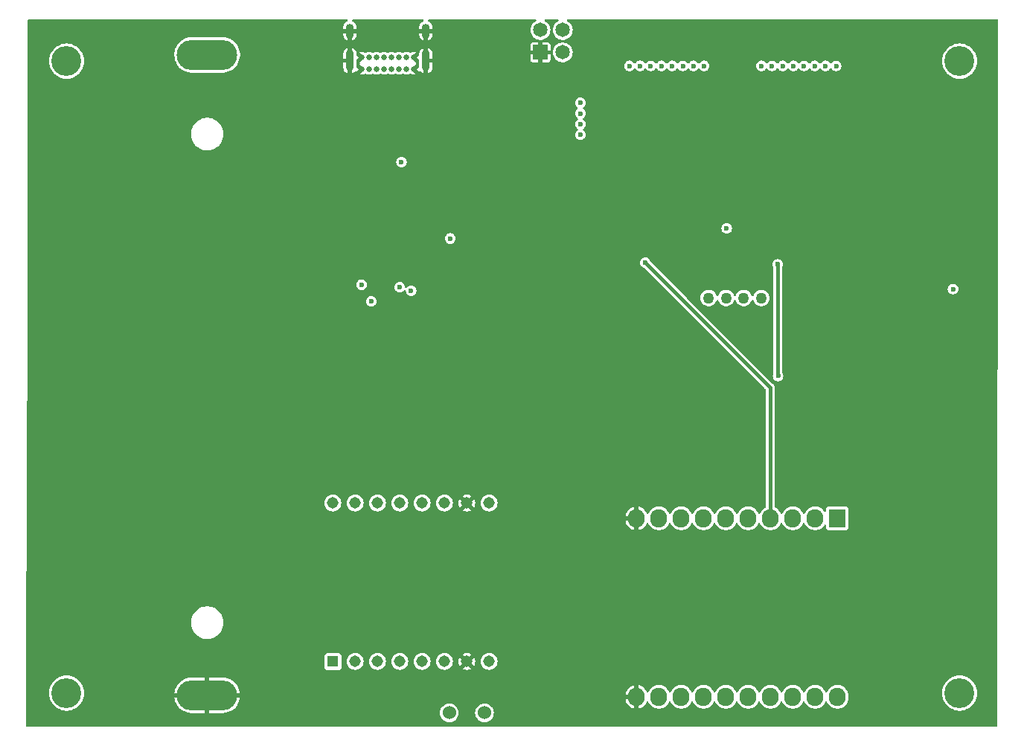
<source format=gbr>
%TF.GenerationSoftware,KiCad,Pcbnew,8.0.0*%
%TF.CreationDate,2025-02-07T12:08:42-03:30*%
%TF.ProjectId,H_Bridges,485f4272-6964-4676-9573-2e6b69636164,rev?*%
%TF.SameCoordinates,Original*%
%TF.FileFunction,Copper,L2,Inr*%
%TF.FilePolarity,Positive*%
%FSLAX46Y46*%
G04 Gerber Fmt 4.6, Leading zero omitted, Abs format (unit mm)*
G04 Created by KiCad (PCBNEW 8.0.0) date 2025-02-07 12:08:42*
%MOMM*%
%LPD*%
G01*
G04 APERTURE LIST*
%TA.AperFunction,ComponentPad*%
%ADD10C,3.400000*%
%TD*%
%TA.AperFunction,ComponentPad*%
%ADD11O,6.880000X3.440000*%
%TD*%
%TA.AperFunction,ComponentPad*%
%ADD12C,0.650000*%
%TD*%
%TA.AperFunction,ComponentPad*%
%ADD13O,0.900000X1.700000*%
%TD*%
%TA.AperFunction,ComponentPad*%
%ADD14O,0.900000X2.400000*%
%TD*%
%TA.AperFunction,ComponentPad*%
%ADD15R,1.900000X2.100000*%
%TD*%
%TA.AperFunction,ComponentPad*%
%ADD16O,1.900000X2.100000*%
%TD*%
%TA.AperFunction,ComponentPad*%
%ADD17C,1.524000*%
%TD*%
%TA.AperFunction,ComponentPad*%
%ADD18R,1.308000X1.308000*%
%TD*%
%TA.AperFunction,ComponentPad*%
%ADD19C,1.308000*%
%TD*%
%TA.AperFunction,ComponentPad*%
%ADD20R,1.651000X1.651000*%
%TD*%
%TA.AperFunction,ComponentPad*%
%ADD21C,1.651000*%
%TD*%
%TA.AperFunction,ComponentPad*%
%ADD22C,1.270000*%
%TD*%
%TA.AperFunction,ViaPad*%
%ADD23C,0.600000*%
%TD*%
%TA.AperFunction,Conductor*%
%ADD24C,0.200000*%
%TD*%
%TA.AperFunction,Conductor*%
%ADD25C,0.400000*%
%TD*%
G04 APERTURE END LIST*
D10*
%TO.N,unconnected-(H4-Pad1)*%
%TO.C,H4*%
X187300000Y-124200000D03*
%TD*%
%TO.N,unconnected-(H1-Pad1)*%
%TO.C,H1*%
X187300000Y-52250000D03*
%TD*%
%TO.N,unconnected-(H3-Pad1)*%
%TO.C,H3*%
X85700000Y-124200000D03*
%TD*%
D11*
%TO.N,GND*%
%TO.C,BT1*%
X101700000Y-124450000D03*
%TO.N,Net-(D10-K)*%
X101700000Y-51550000D03*
%TD*%
D10*
%TO.N,unconnected-(H2-Pad1)*%
%TO.C,H2*%
X85700000Y-52250000D03*
%TD*%
D12*
%TO.N,GND*%
%TO.C,J2*%
X125225000Y-53180000D03*
%TO.N,/Charger/VBUS*%
X124375000Y-53180000D03*
%TO.N,/Charger/CC1*%
X123525000Y-53180000D03*
%TO.N,/Charger/DP*%
X122675000Y-53180000D03*
%TO.N,/Charger/DN*%
X121825000Y-53180000D03*
%TO.N,unconnected-(J2-SBU1-PadA8)*%
X120975000Y-53180000D03*
%TO.N,/Charger/VBUS*%
X120125000Y-53180000D03*
%TO.N,GND*%
X119275000Y-53180000D03*
X119275000Y-51830000D03*
%TO.N,/Charger/VBUS*%
X120125000Y-51830000D03*
%TO.N,/Charger/CC2*%
X120975000Y-51830000D03*
%TO.N,/Charger/DP*%
X121825000Y-51830000D03*
%TO.N,/Charger/DN*%
X122675000Y-51830000D03*
%TO.N,unconnected-(J2-SBU2-PadB8)*%
X123525000Y-51830000D03*
%TO.N,/Charger/VBUS*%
X124375000Y-51830000D03*
%TO.N,GND*%
X125225000Y-51830000D03*
D13*
X126575000Y-48820000D03*
X117925000Y-48820000D03*
D14*
X126575000Y-52200000D03*
X117925000Y-52200000D03*
%TD*%
D15*
%TO.N,unconnected-(U1-RESET_5V-Pad1)*%
%TO.C,U1*%
X173390000Y-104300000D03*
D16*
%TO.N,unconnected-(U1-ADC-Pad2)*%
X170850000Y-104300000D03*
%TO.N,unconnected-(U1-CH_PD-Pad3)*%
X168310000Y-104300000D03*
%TO.N,/P2*%
X165770000Y-104300000D03*
%TO.N,/P1*%
X163230000Y-104300000D03*
%TO.N,/P3*%
X160690000Y-104300000D03*
%TO.N,/P4*%
X158150000Y-104300000D03*
%TO.N,unconnected-(U1-VIN-Pad8)*%
X155610000Y-104300000D03*
%TO.N,+5V*%
X153070000Y-104300000D03*
%TO.N,GND*%
X150530000Y-104300000D03*
X150530000Y-124620000D03*
%TO.N,unconnected-(U1-LDO_EN-Pad12)*%
X153070000Y-124620000D03*
%TO.N,+3V3*%
X155610000Y-124620000D03*
%TO.N,unconnected-(U1-GPIO15-Pad14)*%
X158150000Y-124620000D03*
%TO.N,unconnected-(U1-GPIO2-Pad15)*%
X160690000Y-124620000D03*
%TO.N,unconnected-(U1-GPIO0-Pad16)*%
X163230000Y-124620000D03*
%TO.N,unconnected-(U1-GPIO4-Pad17)*%
X165770000Y-124620000D03*
%TO.N,unconnected-(U1-GPIO5-Pad18)*%
X168310000Y-124620000D03*
%TO.N,/MP3_TX*%
X170850000Y-124620000D03*
%TO.N,/MP3_RX*%
X173390000Y-124620000D03*
%TD*%
D17*
%TO.N,/SPK+*%
%TO.C,LS1*%
X129250000Y-126450000D03*
%TO.N,/SPK-*%
X133250000Y-126450000D03*
%TD*%
D18*
%TO.N,+3V3*%
%TO.C,U4*%
X116000000Y-120600000D03*
D19*
%TO.N,Net-(U4-RX)*%
X118540000Y-120600000D03*
%TO.N,Net-(U4-TX)*%
X121080000Y-120600000D03*
%TO.N,unconnected-(U4-DAC_R-Pad4)*%
X123620000Y-120600000D03*
%TO.N,unconnected-(U4-DAC_L-Pad5)*%
X126160000Y-120600000D03*
%TO.N,/SPK+*%
X128700000Y-120600000D03*
%TO.N,GND*%
X131240000Y-120600000D03*
%TO.N,/SPK-*%
X133780000Y-120600000D03*
%TO.N,unconnected-(U4-IO1-Pad9)*%
X133780000Y-102566000D03*
%TO.N,GND*%
X131240000Y-102566000D03*
%TO.N,unconnected-(U4-IO2-Pad11)*%
X128700000Y-102566000D03*
%TO.N,unconnected-(U4-ADKEY1-Pad12)*%
X126160000Y-102566000D03*
%TO.N,unconnected-(U4-ADKEY2-Pad13)*%
X123620000Y-102566000D03*
%TO.N,unconnected-(U4-USB+-Pad14)*%
X121080000Y-102566000D03*
%TO.N,unconnected-(U4-USB--Pad15)*%
X118540000Y-102566000D03*
%TO.N,unconnected-(U4-BUSY-Pad16)*%
X116000000Y-102566000D03*
%TD*%
D20*
%TO.N,GND*%
%TO.C,LED1*%
X139611000Y-51267200D03*
D21*
%TO.N,Net-(LED1-Pad2)*%
X142151000Y-51267200D03*
%TO.N,Net-(U2-\u002ACHG)*%
X139611000Y-48727200D03*
%TO.N,VDD*%
X142151000Y-48727200D03*
%TD*%
D22*
%TO.N,/Coil_B+*%
%TO.C,J1*%
X158735851Y-79223350D03*
%TO.N,/Coil_A-*%
X160735849Y-79223350D03*
%TO.N,/Coil_B-*%
X162735850Y-79223350D03*
%TO.N,/Coil_A+*%
X164735849Y-79223350D03*
%TD*%
D23*
%TO.N,GND*%
X177400000Y-68100000D03*
X139600000Y-53450000D03*
X124050000Y-82900000D03*
X177800000Y-95750000D03*
X132270000Y-47940000D03*
X135859250Y-81559250D03*
X133700000Y-56200000D03*
X138000000Y-61950000D03*
X124925000Y-66260000D03*
X131100000Y-62050000D03*
X125125000Y-57580000D03*
X113100000Y-49920000D03*
X116300000Y-54420000D03*
X142100000Y-63650000D03*
X130289734Y-73800834D03*
X125125000Y-55680000D03*
X148450000Y-95650000D03*
X139900000Y-63650000D03*
X128289734Y-73800834D03*
X119950000Y-78300000D03*
X120550000Y-76550000D03*
X123000000Y-73200000D03*
X145600000Y-95650000D03*
X175400000Y-95700000D03*
X132180000Y-50790000D03*
X186600000Y-85200000D03*
X135930000Y-83400000D03*
X131627600Y-52910000D03*
%TO.N,Net-(D10-K)*%
X123600000Y-78000000D03*
X129350000Y-72450000D03*
%TO.N,VDD*%
X123800000Y-63750000D03*
%TO.N,+5V*%
X168392860Y-52800000D03*
X150950000Y-52800000D03*
X165964290Y-52800000D03*
X153378570Y-52800000D03*
X144150000Y-58214285D03*
X173250000Y-52800000D03*
X144150000Y-60642855D03*
X170821430Y-52800000D03*
X144150000Y-57000000D03*
X154592855Y-52800000D03*
X186550000Y-78200000D03*
X152164285Y-52800000D03*
X155807140Y-52800000D03*
X167178575Y-52800000D03*
X157021425Y-52800000D03*
X160800000Y-71300000D03*
X169607145Y-52800000D03*
X164750000Y-52800000D03*
X144150000Y-59428570D03*
X172035715Y-52800000D03*
X149735710Y-52800000D03*
X158235710Y-52800000D03*
%TO.N,Net-(Q10-S)*%
X119250000Y-77700000D03*
X120350000Y-79599999D03*
%TO.N,/P1*%
X166650000Y-88100000D03*
X166600000Y-75400000D03*
%TO.N,/P2*%
X151550000Y-75200000D03*
%TO.N,Net-(U2-\u002ACHG)*%
X124900000Y-78400000D03*
%TD*%
D24*
%TO.N,/P1*%
X166600000Y-88050000D02*
X166650000Y-88100000D01*
D25*
X166600000Y-75400000D02*
X166600000Y-88050000D01*
%TO.N,/P2*%
X151550000Y-75200000D02*
X165741200Y-89391200D01*
X165741200Y-89391200D02*
X165741200Y-104280000D01*
%TD*%
%TA.AperFunction,Conductor*%
%TO.N,GND*%
G36*
X117629881Y-47519685D02*
G01*
X117675636Y-47572489D01*
X117685580Y-47641647D01*
X117656555Y-47705203D01*
X117610295Y-47738561D01*
X117569745Y-47755357D01*
X117569735Y-47755362D01*
X117446903Y-47837436D01*
X117446899Y-47837439D01*
X117342439Y-47941899D01*
X117342436Y-47941903D01*
X117260362Y-48064735D01*
X117260357Y-48064745D01*
X117203822Y-48201232D01*
X117203820Y-48201240D01*
X117175000Y-48346126D01*
X117175000Y-48570000D01*
X117625000Y-48570000D01*
X117625000Y-49070000D01*
X117175000Y-49070000D01*
X117175000Y-49293873D01*
X117203820Y-49438759D01*
X117203822Y-49438767D01*
X117260357Y-49575254D01*
X117260362Y-49575264D01*
X117342436Y-49698096D01*
X117342439Y-49698100D01*
X117446899Y-49802560D01*
X117446907Y-49802566D01*
X117569739Y-49884640D01*
X117569743Y-49884642D01*
X117674999Y-49928240D01*
X117675000Y-49928240D01*
X117675000Y-49386988D01*
X117684940Y-49404205D01*
X117740795Y-49460060D01*
X117809204Y-49499556D01*
X117885504Y-49520000D01*
X117964496Y-49520000D01*
X118040796Y-49499556D01*
X118109205Y-49460060D01*
X118165060Y-49404205D01*
X118175000Y-49386988D01*
X118175000Y-49928240D01*
X118280256Y-49884642D01*
X118280260Y-49884640D01*
X118403092Y-49802566D01*
X118403100Y-49802560D01*
X118507560Y-49698100D01*
X118507563Y-49698096D01*
X118589637Y-49575264D01*
X118589642Y-49575254D01*
X118646177Y-49438767D01*
X118646179Y-49438759D01*
X118674999Y-49293873D01*
X118675000Y-49293871D01*
X118675000Y-49070000D01*
X118225000Y-49070000D01*
X118225000Y-48570000D01*
X118675000Y-48570000D01*
X118675000Y-48346128D01*
X118674999Y-48346126D01*
X118646179Y-48201240D01*
X118646177Y-48201232D01*
X118589642Y-48064745D01*
X118589637Y-48064735D01*
X118507563Y-47941903D01*
X118507560Y-47941899D01*
X118403100Y-47837439D01*
X118403096Y-47837436D01*
X118280264Y-47755362D01*
X118280254Y-47755357D01*
X118239705Y-47738561D01*
X118185302Y-47694720D01*
X118163237Y-47628425D01*
X118180516Y-47560726D01*
X118231654Y-47513116D01*
X118287158Y-47500000D01*
X126212842Y-47500000D01*
X126279881Y-47519685D01*
X126325636Y-47572489D01*
X126335580Y-47641647D01*
X126306555Y-47705203D01*
X126260295Y-47738561D01*
X126219745Y-47755357D01*
X126219735Y-47755362D01*
X126096903Y-47837436D01*
X126096899Y-47837439D01*
X125992439Y-47941899D01*
X125992436Y-47941903D01*
X125910362Y-48064735D01*
X125910357Y-48064745D01*
X125853822Y-48201232D01*
X125853820Y-48201240D01*
X125825000Y-48346126D01*
X125825000Y-48570000D01*
X126275000Y-48570000D01*
X126275000Y-49070000D01*
X125825000Y-49070000D01*
X125825000Y-49293873D01*
X125853820Y-49438759D01*
X125853822Y-49438767D01*
X125910357Y-49575254D01*
X125910362Y-49575264D01*
X125992436Y-49698096D01*
X125992439Y-49698100D01*
X126096899Y-49802560D01*
X126096907Y-49802566D01*
X126219739Y-49884640D01*
X126219743Y-49884642D01*
X126324999Y-49928240D01*
X126325000Y-49928240D01*
X126325000Y-49386988D01*
X126334940Y-49404205D01*
X126390795Y-49460060D01*
X126459204Y-49499556D01*
X126535504Y-49520000D01*
X126614496Y-49520000D01*
X126690796Y-49499556D01*
X126759205Y-49460060D01*
X126815060Y-49404205D01*
X126825000Y-49386988D01*
X126825000Y-49928240D01*
X126930256Y-49884642D01*
X126930260Y-49884640D01*
X127053092Y-49802566D01*
X127053100Y-49802560D01*
X127157560Y-49698100D01*
X127157563Y-49698096D01*
X127239637Y-49575264D01*
X127239642Y-49575254D01*
X127296177Y-49438767D01*
X127296179Y-49438759D01*
X127324999Y-49293873D01*
X127325000Y-49293871D01*
X127325000Y-49070000D01*
X126875000Y-49070000D01*
X126875000Y-48570000D01*
X127325000Y-48570000D01*
X127325000Y-48346128D01*
X127324999Y-48346126D01*
X127296179Y-48201240D01*
X127296177Y-48201232D01*
X127239642Y-48064745D01*
X127239637Y-48064735D01*
X127157563Y-47941903D01*
X127157560Y-47941899D01*
X127053100Y-47837439D01*
X127053096Y-47837436D01*
X126930264Y-47755362D01*
X126930254Y-47755357D01*
X126889705Y-47738561D01*
X126835302Y-47694720D01*
X126813237Y-47628425D01*
X126830516Y-47560726D01*
X126881654Y-47513116D01*
X126937158Y-47500000D01*
X139018254Y-47500000D01*
X139085293Y-47519685D01*
X139131048Y-47572489D01*
X139140992Y-47641647D01*
X139111967Y-47705203D01*
X139083531Y-47729427D01*
X138929527Y-47824781D01*
X138929525Y-47824783D01*
X138775312Y-47965366D01*
X138649554Y-48131897D01*
X138556542Y-48318688D01*
X138556536Y-48318703D01*
X138499430Y-48519410D01*
X138499429Y-48519412D01*
X138480176Y-48727199D01*
X138480176Y-48727200D01*
X138499429Y-48934987D01*
X138499430Y-48934989D01*
X138556536Y-49135696D01*
X138556542Y-49135711D01*
X138649554Y-49322502D01*
X138775312Y-49489033D01*
X138929525Y-49629616D01*
X138929527Y-49629618D01*
X139106944Y-49739470D01*
X139106950Y-49739473D01*
X139134122Y-49749999D01*
X139301535Y-49814856D01*
X139506661Y-49853200D01*
X139506664Y-49853200D01*
X139715336Y-49853200D01*
X139715339Y-49853200D01*
X139920465Y-49814856D01*
X140115052Y-49739472D01*
X140292474Y-49629617D01*
X140446689Y-49489031D01*
X140572446Y-49322502D01*
X140665462Y-49135701D01*
X140722570Y-48934988D01*
X140741824Y-48727200D01*
X140722570Y-48519412D01*
X140665462Y-48318699D01*
X140658244Y-48304204D01*
X140576701Y-48140444D01*
X140572446Y-48131898D01*
X140446689Y-47965369D01*
X140446687Y-47965366D01*
X140292474Y-47824783D01*
X140292472Y-47824781D01*
X140138469Y-47729427D01*
X140091833Y-47677399D01*
X140080729Y-47608418D01*
X140108682Y-47544383D01*
X140166817Y-47505627D01*
X140203746Y-47500000D01*
X141558254Y-47500000D01*
X141625293Y-47519685D01*
X141671048Y-47572489D01*
X141680992Y-47641647D01*
X141651967Y-47705203D01*
X141623531Y-47729427D01*
X141469527Y-47824781D01*
X141469525Y-47824783D01*
X141315312Y-47965366D01*
X141189554Y-48131897D01*
X141096542Y-48318688D01*
X141096536Y-48318703D01*
X141039430Y-48519410D01*
X141039429Y-48519412D01*
X141020176Y-48727199D01*
X141020176Y-48727200D01*
X141039429Y-48934987D01*
X141039430Y-48934989D01*
X141096536Y-49135696D01*
X141096542Y-49135711D01*
X141189554Y-49322502D01*
X141315312Y-49489033D01*
X141469525Y-49629616D01*
X141469527Y-49629618D01*
X141646944Y-49739470D01*
X141646950Y-49739473D01*
X141674122Y-49749999D01*
X141841535Y-49814856D01*
X142046661Y-49853200D01*
X142046664Y-49853200D01*
X142255336Y-49853200D01*
X142255339Y-49853200D01*
X142460465Y-49814856D01*
X142655052Y-49739472D01*
X142832474Y-49629617D01*
X142986689Y-49489031D01*
X143112446Y-49322502D01*
X143205462Y-49135701D01*
X143262570Y-48934988D01*
X143281824Y-48727200D01*
X143262570Y-48519412D01*
X143205462Y-48318699D01*
X143198244Y-48304204D01*
X143116701Y-48140444D01*
X143112446Y-48131898D01*
X142986689Y-47965369D01*
X142986687Y-47965366D01*
X142832474Y-47824783D01*
X142832472Y-47824781D01*
X142678469Y-47729427D01*
X142631833Y-47677399D01*
X142620729Y-47608418D01*
X142648682Y-47544383D01*
X142706817Y-47505627D01*
X142743746Y-47500000D01*
X191575846Y-47500000D01*
X191642885Y-47519685D01*
X191688640Y-47572489D01*
X191699845Y-47624153D01*
X191600278Y-127875656D01*
X191580511Y-127942669D01*
X191527650Y-127988358D01*
X191476279Y-127999500D01*
X81224557Y-127999500D01*
X81157518Y-127979815D01*
X81111763Y-127927011D01*
X81100557Y-127875195D01*
X81109677Y-124200000D01*
X83694390Y-124200000D01*
X83714804Y-124485433D01*
X83775628Y-124765037D01*
X83775630Y-124765043D01*
X83775631Y-124765046D01*
X83873746Y-125028102D01*
X83875635Y-125033166D01*
X84012770Y-125284309D01*
X84012775Y-125284317D01*
X84184254Y-125513387D01*
X84184270Y-125513405D01*
X84386594Y-125715729D01*
X84386612Y-125715745D01*
X84615682Y-125887224D01*
X84615690Y-125887229D01*
X84866833Y-126024364D01*
X84866832Y-126024364D01*
X84866836Y-126024365D01*
X84866839Y-126024367D01*
X85134954Y-126124369D01*
X85134960Y-126124370D01*
X85134962Y-126124371D01*
X85414566Y-126185195D01*
X85414568Y-126185195D01*
X85414572Y-126185196D01*
X85668220Y-126203337D01*
X85699999Y-126205610D01*
X85700000Y-126205610D01*
X85700001Y-126205610D01*
X85728595Y-126203564D01*
X85985428Y-126185196D01*
X86224612Y-126133165D01*
X86265037Y-126124371D01*
X86265037Y-126124370D01*
X86265046Y-126124369D01*
X86533161Y-126024367D01*
X86784315Y-125887226D01*
X87013395Y-125715739D01*
X87215739Y-125513395D01*
X87387226Y-125284315D01*
X87524367Y-125033161D01*
X87624369Y-124765046D01*
X87685196Y-124485428D01*
X87705610Y-124200000D01*
X97975482Y-124200000D01*
X100546702Y-124200000D01*
X100526516Y-124248734D01*
X100500000Y-124382041D01*
X100500000Y-124517959D01*
X100526516Y-124651266D01*
X100546702Y-124700000D01*
X97975483Y-124700000D01*
X97994562Y-124844919D01*
X97994564Y-124844930D01*
X98063096Y-125100699D01*
X98164425Y-125345331D01*
X98164433Y-125345347D01*
X98296823Y-125574652D01*
X98296834Y-125574668D01*
X98458023Y-125784734D01*
X98458029Y-125784741D01*
X98645258Y-125971970D01*
X98645265Y-125971976D01*
X98855331Y-126133165D01*
X98855347Y-126133176D01*
X99084652Y-126265566D01*
X99084668Y-126265574D01*
X99329300Y-126366903D01*
X99585072Y-126435436D01*
X99847594Y-126469999D01*
X99847609Y-126470000D01*
X101450000Y-126470000D01*
X101450000Y-125140000D01*
X101950000Y-125140000D01*
X101950000Y-126470000D01*
X103552391Y-126470000D01*
X103552405Y-126469999D01*
X103704307Y-126450000D01*
X128182359Y-126450000D01*
X128202872Y-126658284D01*
X128263629Y-126858571D01*
X128362291Y-127043153D01*
X128495063Y-127204936D01*
X128656846Y-127337708D01*
X128656850Y-127337711D01*
X128841431Y-127436372D01*
X129041714Y-127497127D01*
X129250000Y-127517641D01*
X129458286Y-127497127D01*
X129658569Y-127436372D01*
X129843150Y-127337711D01*
X130004936Y-127204936D01*
X130137711Y-127043150D01*
X130236372Y-126858569D01*
X130297127Y-126658286D01*
X130317641Y-126450000D01*
X132182359Y-126450000D01*
X132202872Y-126658284D01*
X132263629Y-126858571D01*
X132362291Y-127043153D01*
X132495063Y-127204936D01*
X132656846Y-127337708D01*
X132656850Y-127337711D01*
X132841431Y-127436372D01*
X133041714Y-127497127D01*
X133250000Y-127517641D01*
X133458286Y-127497127D01*
X133658569Y-127436372D01*
X133843150Y-127337711D01*
X134004936Y-127204936D01*
X134137711Y-127043150D01*
X134236372Y-126858569D01*
X134297127Y-126658286D01*
X134317641Y-126450000D01*
X134297127Y-126241714D01*
X134236372Y-126041431D01*
X134137711Y-125856850D01*
X134082106Y-125789095D01*
X134004936Y-125695063D01*
X133843153Y-125562291D01*
X133843151Y-125562290D01*
X133843150Y-125562289D01*
X133658569Y-125463628D01*
X133558427Y-125433250D01*
X133458284Y-125402872D01*
X133250000Y-125382359D01*
X133041715Y-125402872D01*
X132841428Y-125463629D01*
X132656846Y-125562291D01*
X132495063Y-125695063D01*
X132362291Y-125856846D01*
X132263629Y-126041428D01*
X132202872Y-126241715D01*
X132182359Y-126450000D01*
X130317641Y-126450000D01*
X130297127Y-126241714D01*
X130236372Y-126041431D01*
X130137711Y-125856850D01*
X130082106Y-125789095D01*
X130004936Y-125695063D01*
X129843153Y-125562291D01*
X129843151Y-125562290D01*
X129843150Y-125562289D01*
X129658569Y-125463628D01*
X129558427Y-125433250D01*
X129458284Y-125402872D01*
X129250000Y-125382359D01*
X129041715Y-125402872D01*
X128841428Y-125463629D01*
X128656846Y-125562291D01*
X128495063Y-125695063D01*
X128362291Y-125856846D01*
X128263629Y-126041428D01*
X128202872Y-126241715D01*
X128182359Y-126450000D01*
X103704307Y-126450000D01*
X103814927Y-126435436D01*
X104070699Y-126366903D01*
X104315331Y-126265574D01*
X104315347Y-126265566D01*
X104544652Y-126133176D01*
X104544668Y-126133165D01*
X104754734Y-125971976D01*
X104754741Y-125971970D01*
X104941970Y-125784741D01*
X104941976Y-125784734D01*
X105103165Y-125574668D01*
X105103176Y-125574652D01*
X105235566Y-125345347D01*
X105235574Y-125345331D01*
X105336903Y-125100699D01*
X105398718Y-124870000D01*
X149288176Y-124870000D01*
X149310778Y-125012705D01*
X149371581Y-125199835D01*
X149460904Y-125375143D01*
X149576555Y-125534321D01*
X149715678Y-125673444D01*
X149874856Y-125789095D01*
X150050162Y-125878418D01*
X150237283Y-125939218D01*
X150280000Y-125945984D01*
X150280000Y-125064560D01*
X150333147Y-125095245D01*
X150462857Y-125130000D01*
X150597143Y-125130000D01*
X150726853Y-125095245D01*
X150780000Y-125064560D01*
X150780000Y-125945983D01*
X150822716Y-125939218D01*
X151009837Y-125878418D01*
X151185143Y-125789095D01*
X151344321Y-125673444D01*
X151483444Y-125534321D01*
X151599097Y-125375141D01*
X151689234Y-125198236D01*
X151737208Y-125147439D01*
X151805029Y-125130644D01*
X151871164Y-125153181D01*
X151910204Y-125198235D01*
X151911115Y-125200024D01*
X151911116Y-125200025D01*
X152000476Y-125375405D01*
X152116172Y-125534646D01*
X152255354Y-125673828D01*
X152414595Y-125789524D01*
X152497455Y-125831743D01*
X152589970Y-125878882D01*
X152589972Y-125878882D01*
X152589975Y-125878884D01*
X152690317Y-125911487D01*
X152777173Y-125939709D01*
X152971578Y-125970500D01*
X152971583Y-125970500D01*
X153168422Y-125970500D01*
X153362826Y-125939709D01*
X153364337Y-125939218D01*
X153550025Y-125878884D01*
X153725405Y-125789524D01*
X153884646Y-125673828D01*
X154023828Y-125534646D01*
X154139524Y-125375405D01*
X154185936Y-125284315D01*
X154229515Y-125198787D01*
X154277489Y-125147990D01*
X154345310Y-125131195D01*
X154411445Y-125153732D01*
X154450485Y-125198787D01*
X154540474Y-125375403D01*
X154545528Y-125382359D01*
X154656172Y-125534646D01*
X154795354Y-125673828D01*
X154954595Y-125789524D01*
X155037455Y-125831743D01*
X155129970Y-125878882D01*
X155129972Y-125878882D01*
X155129975Y-125878884D01*
X155230317Y-125911487D01*
X155317173Y-125939709D01*
X155511578Y-125970500D01*
X155511583Y-125970500D01*
X155708422Y-125970500D01*
X155902826Y-125939709D01*
X155904337Y-125939218D01*
X156090025Y-125878884D01*
X156265405Y-125789524D01*
X156424646Y-125673828D01*
X156563828Y-125534646D01*
X156679524Y-125375405D01*
X156725936Y-125284315D01*
X156769515Y-125198787D01*
X156817489Y-125147990D01*
X156885310Y-125131195D01*
X156951445Y-125153732D01*
X156990485Y-125198787D01*
X157080474Y-125375403D01*
X157085528Y-125382359D01*
X157196172Y-125534646D01*
X157335354Y-125673828D01*
X157494595Y-125789524D01*
X157577455Y-125831743D01*
X157669970Y-125878882D01*
X157669972Y-125878882D01*
X157669975Y-125878884D01*
X157770317Y-125911487D01*
X157857173Y-125939709D01*
X158051578Y-125970500D01*
X158051583Y-125970500D01*
X158248422Y-125970500D01*
X158442826Y-125939709D01*
X158444337Y-125939218D01*
X158630025Y-125878884D01*
X158805405Y-125789524D01*
X158964646Y-125673828D01*
X159103828Y-125534646D01*
X159219524Y-125375405D01*
X159265936Y-125284315D01*
X159309515Y-125198787D01*
X159357489Y-125147990D01*
X159425310Y-125131195D01*
X159491445Y-125153732D01*
X159530485Y-125198787D01*
X159620474Y-125375403D01*
X159625528Y-125382359D01*
X159736172Y-125534646D01*
X159875354Y-125673828D01*
X160034595Y-125789524D01*
X160117455Y-125831743D01*
X160209970Y-125878882D01*
X160209972Y-125878882D01*
X160209975Y-125878884D01*
X160310317Y-125911487D01*
X160397173Y-125939709D01*
X160591578Y-125970500D01*
X160591583Y-125970500D01*
X160788422Y-125970500D01*
X160982826Y-125939709D01*
X160984337Y-125939218D01*
X161170025Y-125878884D01*
X161345405Y-125789524D01*
X161504646Y-125673828D01*
X161643828Y-125534646D01*
X161759524Y-125375405D01*
X161805936Y-125284315D01*
X161849515Y-125198787D01*
X161897489Y-125147990D01*
X161965310Y-125131195D01*
X162031445Y-125153732D01*
X162070485Y-125198787D01*
X162160474Y-125375403D01*
X162165528Y-125382359D01*
X162276172Y-125534646D01*
X162415354Y-125673828D01*
X162574595Y-125789524D01*
X162657455Y-125831743D01*
X162749970Y-125878882D01*
X162749972Y-125878882D01*
X162749975Y-125878884D01*
X162850317Y-125911487D01*
X162937173Y-125939709D01*
X163131578Y-125970500D01*
X163131583Y-125970500D01*
X163328422Y-125970500D01*
X163522826Y-125939709D01*
X163524337Y-125939218D01*
X163710025Y-125878884D01*
X163885405Y-125789524D01*
X164044646Y-125673828D01*
X164183828Y-125534646D01*
X164299524Y-125375405D01*
X164345936Y-125284315D01*
X164389515Y-125198787D01*
X164437489Y-125147990D01*
X164505310Y-125131195D01*
X164571445Y-125153732D01*
X164610485Y-125198787D01*
X164700474Y-125375403D01*
X164705528Y-125382359D01*
X164816172Y-125534646D01*
X164955354Y-125673828D01*
X165114595Y-125789524D01*
X165197455Y-125831743D01*
X165289970Y-125878882D01*
X165289972Y-125878882D01*
X165289975Y-125878884D01*
X165390317Y-125911487D01*
X165477173Y-125939709D01*
X165671578Y-125970500D01*
X165671583Y-125970500D01*
X165868422Y-125970500D01*
X166062826Y-125939709D01*
X166064337Y-125939218D01*
X166250025Y-125878884D01*
X166425405Y-125789524D01*
X166584646Y-125673828D01*
X166723828Y-125534646D01*
X166839524Y-125375405D01*
X166885936Y-125284315D01*
X166929515Y-125198787D01*
X166977489Y-125147990D01*
X167045310Y-125131195D01*
X167111445Y-125153732D01*
X167150485Y-125198787D01*
X167240474Y-125375403D01*
X167245528Y-125382359D01*
X167356172Y-125534646D01*
X167495354Y-125673828D01*
X167654595Y-125789524D01*
X167737455Y-125831743D01*
X167829970Y-125878882D01*
X167829972Y-125878882D01*
X167829975Y-125878884D01*
X167930317Y-125911487D01*
X168017173Y-125939709D01*
X168211578Y-125970500D01*
X168211583Y-125970500D01*
X168408422Y-125970500D01*
X168602826Y-125939709D01*
X168604337Y-125939218D01*
X168790025Y-125878884D01*
X168965405Y-125789524D01*
X169124646Y-125673828D01*
X169263828Y-125534646D01*
X169379524Y-125375405D01*
X169425936Y-125284315D01*
X169469515Y-125198787D01*
X169517489Y-125147990D01*
X169585310Y-125131195D01*
X169651445Y-125153732D01*
X169690485Y-125198787D01*
X169780474Y-125375403D01*
X169785528Y-125382359D01*
X169896172Y-125534646D01*
X170035354Y-125673828D01*
X170194595Y-125789524D01*
X170277455Y-125831743D01*
X170369970Y-125878882D01*
X170369972Y-125878882D01*
X170369975Y-125878884D01*
X170470317Y-125911487D01*
X170557173Y-125939709D01*
X170751578Y-125970500D01*
X170751583Y-125970500D01*
X170948422Y-125970500D01*
X171142826Y-125939709D01*
X171144337Y-125939218D01*
X171330025Y-125878884D01*
X171505405Y-125789524D01*
X171664646Y-125673828D01*
X171803828Y-125534646D01*
X171919524Y-125375405D01*
X171965936Y-125284315D01*
X172009515Y-125198787D01*
X172057489Y-125147990D01*
X172125310Y-125131195D01*
X172191445Y-125153732D01*
X172230485Y-125198787D01*
X172320474Y-125375403D01*
X172325528Y-125382359D01*
X172436172Y-125534646D01*
X172575354Y-125673828D01*
X172734595Y-125789524D01*
X172817455Y-125831743D01*
X172909970Y-125878882D01*
X172909972Y-125878882D01*
X172909975Y-125878884D01*
X173010317Y-125911487D01*
X173097173Y-125939709D01*
X173291578Y-125970500D01*
X173291583Y-125970500D01*
X173488422Y-125970500D01*
X173682826Y-125939709D01*
X173684337Y-125939218D01*
X173870025Y-125878884D01*
X174045405Y-125789524D01*
X174204646Y-125673828D01*
X174343828Y-125534646D01*
X174459524Y-125375405D01*
X174548884Y-125200025D01*
X174609709Y-125012826D01*
X174609728Y-125012705D01*
X174640500Y-124818422D01*
X174640500Y-124421577D01*
X174609709Y-124227173D01*
X174600880Y-124200000D01*
X185294390Y-124200000D01*
X185314804Y-124485433D01*
X185375628Y-124765037D01*
X185375630Y-124765043D01*
X185375631Y-124765046D01*
X185473746Y-125028102D01*
X185475635Y-125033166D01*
X185612770Y-125284309D01*
X185612775Y-125284317D01*
X185784254Y-125513387D01*
X185784270Y-125513405D01*
X185986594Y-125715729D01*
X185986612Y-125715745D01*
X186215682Y-125887224D01*
X186215690Y-125887229D01*
X186466833Y-126024364D01*
X186466832Y-126024364D01*
X186466836Y-126024365D01*
X186466839Y-126024367D01*
X186734954Y-126124369D01*
X186734960Y-126124370D01*
X186734962Y-126124371D01*
X187014566Y-126185195D01*
X187014568Y-126185195D01*
X187014572Y-126185196D01*
X187268220Y-126203337D01*
X187299999Y-126205610D01*
X187300000Y-126205610D01*
X187300001Y-126205610D01*
X187328595Y-126203564D01*
X187585428Y-126185196D01*
X187824612Y-126133165D01*
X187865037Y-126124371D01*
X187865037Y-126124370D01*
X187865046Y-126124369D01*
X188133161Y-126024367D01*
X188384315Y-125887226D01*
X188613395Y-125715739D01*
X188815739Y-125513395D01*
X188987226Y-125284315D01*
X189124367Y-125033161D01*
X189224369Y-124765046D01*
X189285196Y-124485428D01*
X189305610Y-124200000D01*
X189285196Y-123914572D01*
X189224369Y-123634954D01*
X189124367Y-123366839D01*
X189088028Y-123300290D01*
X188987229Y-123115690D01*
X188987224Y-123115682D01*
X188815745Y-122886612D01*
X188815729Y-122886594D01*
X188613405Y-122684270D01*
X188613387Y-122684254D01*
X188384317Y-122512775D01*
X188384309Y-122512770D01*
X188133166Y-122375635D01*
X188133167Y-122375635D01*
X188025915Y-122335632D01*
X187865046Y-122275631D01*
X187865043Y-122275630D01*
X187865037Y-122275628D01*
X187585433Y-122214804D01*
X187300001Y-122194390D01*
X187299999Y-122194390D01*
X187014566Y-122214804D01*
X186734962Y-122275628D01*
X186466833Y-122375635D01*
X186215690Y-122512770D01*
X186215682Y-122512775D01*
X185986612Y-122684254D01*
X185986594Y-122684270D01*
X185784270Y-122886594D01*
X185784254Y-122886612D01*
X185612775Y-123115682D01*
X185612770Y-123115690D01*
X185475635Y-123366833D01*
X185375628Y-123634962D01*
X185314804Y-123914566D01*
X185294390Y-124199998D01*
X185294390Y-124200000D01*
X174600880Y-124200000D01*
X174548882Y-124039970D01*
X174484718Y-123914042D01*
X174459524Y-123864595D01*
X174343828Y-123705354D01*
X174204646Y-123566172D01*
X174045405Y-123450476D01*
X173870029Y-123361117D01*
X173682826Y-123300290D01*
X173488422Y-123269500D01*
X173488417Y-123269500D01*
X173291583Y-123269500D01*
X173291578Y-123269500D01*
X173097173Y-123300290D01*
X172909970Y-123361117D01*
X172734594Y-123450476D01*
X172643741Y-123516485D01*
X172575354Y-123566172D01*
X172575352Y-123566174D01*
X172575351Y-123566174D01*
X172436174Y-123705351D01*
X172436174Y-123705352D01*
X172436172Y-123705354D01*
X172435937Y-123705678D01*
X172320476Y-123864594D01*
X172230485Y-124041213D01*
X172182511Y-124092009D01*
X172114690Y-124108804D01*
X172048555Y-124086267D01*
X172009515Y-124041213D01*
X171944718Y-123914042D01*
X171919524Y-123864595D01*
X171803828Y-123705354D01*
X171664646Y-123566172D01*
X171505405Y-123450476D01*
X171330029Y-123361117D01*
X171142826Y-123300290D01*
X170948422Y-123269500D01*
X170948417Y-123269500D01*
X170751583Y-123269500D01*
X170751578Y-123269500D01*
X170557173Y-123300290D01*
X170369970Y-123361117D01*
X170194594Y-123450476D01*
X170103741Y-123516485D01*
X170035354Y-123566172D01*
X170035352Y-123566174D01*
X170035351Y-123566174D01*
X169896174Y-123705351D01*
X169896174Y-123705352D01*
X169896172Y-123705354D01*
X169895937Y-123705678D01*
X169780476Y-123864594D01*
X169690485Y-124041213D01*
X169642511Y-124092009D01*
X169574690Y-124108804D01*
X169508555Y-124086267D01*
X169469515Y-124041213D01*
X169404718Y-123914042D01*
X169379524Y-123864595D01*
X169263828Y-123705354D01*
X169124646Y-123566172D01*
X168965405Y-123450476D01*
X168790029Y-123361117D01*
X168602826Y-123300290D01*
X168408422Y-123269500D01*
X168408417Y-123269500D01*
X168211583Y-123269500D01*
X168211578Y-123269500D01*
X168017173Y-123300290D01*
X167829970Y-123361117D01*
X167654594Y-123450476D01*
X167563741Y-123516485D01*
X167495354Y-123566172D01*
X167495352Y-123566174D01*
X167495351Y-123566174D01*
X167356174Y-123705351D01*
X167356174Y-123705352D01*
X167356172Y-123705354D01*
X167355937Y-123705678D01*
X167240476Y-123864594D01*
X167150485Y-124041213D01*
X167102511Y-124092009D01*
X167034690Y-124108804D01*
X166968555Y-124086267D01*
X166929515Y-124041213D01*
X166864718Y-123914042D01*
X166839524Y-123864595D01*
X166723828Y-123705354D01*
X166584646Y-123566172D01*
X166425405Y-123450476D01*
X166250029Y-123361117D01*
X166062826Y-123300290D01*
X165868422Y-123269500D01*
X165868417Y-123269500D01*
X165671583Y-123269500D01*
X165671578Y-123269500D01*
X165477173Y-123300290D01*
X165289970Y-123361117D01*
X165114594Y-123450476D01*
X165023741Y-123516485D01*
X164955354Y-123566172D01*
X164955352Y-123566174D01*
X164955351Y-123566174D01*
X164816174Y-123705351D01*
X164816174Y-123705352D01*
X164816172Y-123705354D01*
X164815937Y-123705678D01*
X164700476Y-123864594D01*
X164610485Y-124041213D01*
X164562511Y-124092009D01*
X164494690Y-124108804D01*
X164428555Y-124086267D01*
X164389515Y-124041213D01*
X164324718Y-123914042D01*
X164299524Y-123864595D01*
X164183828Y-123705354D01*
X164044646Y-123566172D01*
X163885405Y-123450476D01*
X163710029Y-123361117D01*
X163522826Y-123300290D01*
X163328422Y-123269500D01*
X163328417Y-123269500D01*
X163131583Y-123269500D01*
X163131578Y-123269500D01*
X162937173Y-123300290D01*
X162749970Y-123361117D01*
X162574594Y-123450476D01*
X162483741Y-123516485D01*
X162415354Y-123566172D01*
X162415352Y-123566174D01*
X162415351Y-123566174D01*
X162276174Y-123705351D01*
X162276174Y-123705352D01*
X162276172Y-123705354D01*
X162275937Y-123705678D01*
X162160476Y-123864594D01*
X162070485Y-124041213D01*
X162022511Y-124092009D01*
X161954690Y-124108804D01*
X161888555Y-124086267D01*
X161849515Y-124041213D01*
X161784718Y-123914042D01*
X161759524Y-123864595D01*
X161643828Y-123705354D01*
X161504646Y-123566172D01*
X161345405Y-123450476D01*
X161170029Y-123361117D01*
X160982826Y-123300290D01*
X160788422Y-123269500D01*
X160788417Y-123269500D01*
X160591583Y-123269500D01*
X160591578Y-123269500D01*
X160397173Y-123300290D01*
X160209970Y-123361117D01*
X160034594Y-123450476D01*
X159943741Y-123516485D01*
X159875354Y-123566172D01*
X159875352Y-123566174D01*
X159875351Y-123566174D01*
X159736174Y-123705351D01*
X159736174Y-123705352D01*
X159736172Y-123705354D01*
X159735937Y-123705678D01*
X159620476Y-123864594D01*
X159530485Y-124041213D01*
X159482511Y-124092009D01*
X159414690Y-124108804D01*
X159348555Y-124086267D01*
X159309515Y-124041213D01*
X159244718Y-123914042D01*
X159219524Y-123864595D01*
X159103828Y-123705354D01*
X158964646Y-123566172D01*
X158805405Y-123450476D01*
X158630029Y-123361117D01*
X158442826Y-123300290D01*
X158248422Y-123269500D01*
X158248417Y-123269500D01*
X158051583Y-123269500D01*
X158051578Y-123269500D01*
X157857173Y-123300290D01*
X157669970Y-123361117D01*
X157494594Y-123450476D01*
X157403741Y-123516485D01*
X157335354Y-123566172D01*
X157335352Y-123566174D01*
X157335351Y-123566174D01*
X157196174Y-123705351D01*
X157196174Y-123705352D01*
X157196172Y-123705354D01*
X157195937Y-123705678D01*
X157080476Y-123864594D01*
X156990485Y-124041213D01*
X156942511Y-124092009D01*
X156874690Y-124108804D01*
X156808555Y-124086267D01*
X156769515Y-124041213D01*
X156704718Y-123914042D01*
X156679524Y-123864595D01*
X156563828Y-123705354D01*
X156424646Y-123566172D01*
X156265405Y-123450476D01*
X156090029Y-123361117D01*
X155902826Y-123300290D01*
X155708422Y-123269500D01*
X155708417Y-123269500D01*
X155511583Y-123269500D01*
X155511578Y-123269500D01*
X155317173Y-123300290D01*
X155129970Y-123361117D01*
X154954594Y-123450476D01*
X154863741Y-123516485D01*
X154795354Y-123566172D01*
X154795352Y-123566174D01*
X154795351Y-123566174D01*
X154656174Y-123705351D01*
X154656174Y-123705352D01*
X154656172Y-123705354D01*
X154655937Y-123705678D01*
X154540476Y-123864594D01*
X154450485Y-124041213D01*
X154402511Y-124092009D01*
X154334690Y-124108804D01*
X154268555Y-124086267D01*
X154229515Y-124041213D01*
X154164718Y-123914042D01*
X154139524Y-123864595D01*
X154023828Y-123705354D01*
X153884646Y-123566172D01*
X153725405Y-123450476D01*
X153550029Y-123361117D01*
X153362826Y-123300290D01*
X153168422Y-123269500D01*
X153168417Y-123269500D01*
X152971583Y-123269500D01*
X152971578Y-123269500D01*
X152777173Y-123300290D01*
X152589970Y-123361117D01*
X152414594Y-123450476D01*
X152323741Y-123516485D01*
X152255354Y-123566172D01*
X152255352Y-123566174D01*
X152255351Y-123566174D01*
X152116174Y-123705351D01*
X152116174Y-123705352D01*
X152116172Y-123705354D01*
X152115937Y-123705678D01*
X152000476Y-123864594D01*
X151910204Y-124041764D01*
X151862229Y-124092560D01*
X151794408Y-124109355D01*
X151728274Y-124086818D01*
X151689234Y-124041764D01*
X151599095Y-123864856D01*
X151483444Y-123705678D01*
X151344321Y-123566555D01*
X151185143Y-123450904D01*
X151009835Y-123361581D01*
X150822705Y-123300778D01*
X150780000Y-123294014D01*
X150780000Y-124175439D01*
X150726853Y-124144755D01*
X150597143Y-124110000D01*
X150462857Y-124110000D01*
X150333147Y-124144755D01*
X150280000Y-124175439D01*
X150280000Y-123294014D01*
X150279999Y-123294014D01*
X150237294Y-123300778D01*
X150050164Y-123361581D01*
X149874856Y-123450904D01*
X149715678Y-123566555D01*
X149576555Y-123705678D01*
X149460904Y-123864856D01*
X149371581Y-124040164D01*
X149310778Y-124227294D01*
X149288176Y-124370000D01*
X150085440Y-124370000D01*
X150054755Y-124423147D01*
X150020000Y-124552857D01*
X150020000Y-124687143D01*
X150054755Y-124816853D01*
X150085440Y-124870000D01*
X149288176Y-124870000D01*
X105398718Y-124870000D01*
X105405435Y-124844930D01*
X105405437Y-124844919D01*
X105424517Y-124700000D01*
X102853298Y-124700000D01*
X102873484Y-124651266D01*
X102900000Y-124517959D01*
X102900000Y-124382041D01*
X102873484Y-124248734D01*
X102853298Y-124200000D01*
X105424517Y-124200000D01*
X105405437Y-124055080D01*
X105405435Y-124055069D01*
X105336903Y-123799300D01*
X105235574Y-123554668D01*
X105235566Y-123554652D01*
X105103176Y-123325347D01*
X105103165Y-123325331D01*
X104941976Y-123115265D01*
X104941970Y-123115258D01*
X104754741Y-122928029D01*
X104754734Y-122928023D01*
X104544668Y-122766834D01*
X104544652Y-122766823D01*
X104315347Y-122634433D01*
X104315331Y-122634425D01*
X104070699Y-122533096D01*
X103814927Y-122464563D01*
X103552405Y-122430000D01*
X101950000Y-122430000D01*
X101950000Y-123760000D01*
X101450000Y-123760000D01*
X101450000Y-122430000D01*
X99847594Y-122430000D01*
X99585072Y-122464563D01*
X99329300Y-122533096D01*
X99084668Y-122634425D01*
X99084652Y-122634433D01*
X98855347Y-122766823D01*
X98855331Y-122766834D01*
X98645265Y-122928023D01*
X98645258Y-122928029D01*
X98458029Y-123115258D01*
X98458023Y-123115265D01*
X98296834Y-123325331D01*
X98296823Y-123325347D01*
X98164433Y-123554652D01*
X98164425Y-123554668D01*
X98063096Y-123799300D01*
X97994564Y-124055069D01*
X97994562Y-124055080D01*
X97975482Y-124200000D01*
X87705610Y-124200000D01*
X87685196Y-123914572D01*
X87624369Y-123634954D01*
X87524367Y-123366839D01*
X87488028Y-123300290D01*
X87387229Y-123115690D01*
X87387224Y-123115682D01*
X87215745Y-122886612D01*
X87215729Y-122886594D01*
X87013405Y-122684270D01*
X87013387Y-122684254D01*
X86784317Y-122512775D01*
X86784309Y-122512770D01*
X86533166Y-122375635D01*
X86533167Y-122375635D01*
X86425915Y-122335632D01*
X86265046Y-122275631D01*
X86265043Y-122275630D01*
X86265037Y-122275628D01*
X85985433Y-122214804D01*
X85700001Y-122194390D01*
X85699999Y-122194390D01*
X85414566Y-122214804D01*
X85134962Y-122275628D01*
X84866833Y-122375635D01*
X84615690Y-122512770D01*
X84615682Y-122512775D01*
X84386612Y-122684254D01*
X84386594Y-122684270D01*
X84184270Y-122886594D01*
X84184254Y-122886612D01*
X84012775Y-123115682D01*
X84012770Y-123115690D01*
X83875635Y-123366833D01*
X83775628Y-123634962D01*
X83714804Y-123914566D01*
X83694390Y-124199998D01*
X83694390Y-124200000D01*
X81109677Y-124200000D01*
X81116876Y-121298856D01*
X115045500Y-121298856D01*
X115045502Y-121298882D01*
X115048413Y-121323987D01*
X115048415Y-121323991D01*
X115093793Y-121426764D01*
X115093794Y-121426765D01*
X115173235Y-121506206D01*
X115276009Y-121551585D01*
X115301135Y-121554500D01*
X116698864Y-121554499D01*
X116698879Y-121554497D01*
X116698882Y-121554497D01*
X116723987Y-121551586D01*
X116723988Y-121551585D01*
X116723991Y-121551585D01*
X116826765Y-121506206D01*
X116906206Y-121426765D01*
X116951585Y-121323991D01*
X116954500Y-121298865D01*
X116954499Y-120600000D01*
X117580882Y-120600000D01*
X117599310Y-120787115D01*
X117599311Y-120787117D01*
X117653891Y-120967040D01*
X117742518Y-121132851D01*
X117742523Y-121132857D01*
X117861800Y-121278199D01*
X118007142Y-121397476D01*
X118007148Y-121397481D01*
X118172091Y-121485644D01*
X118172961Y-121486109D01*
X118351260Y-121540196D01*
X118352882Y-121540688D01*
X118352884Y-121540689D01*
X118369660Y-121542341D01*
X118540000Y-121559118D01*
X118727115Y-121540689D01*
X118907039Y-121486109D01*
X118968373Y-121453324D01*
X119072851Y-121397481D01*
X119072853Y-121397478D01*
X119072857Y-121397477D01*
X119218199Y-121278199D01*
X119337477Y-121132857D01*
X119337478Y-121132853D01*
X119337481Y-121132851D01*
X119426108Y-120967040D01*
X119426109Y-120967039D01*
X119480689Y-120787115D01*
X119499118Y-120600000D01*
X120120882Y-120600000D01*
X120139310Y-120787115D01*
X120139311Y-120787117D01*
X120193891Y-120967040D01*
X120282518Y-121132851D01*
X120282523Y-121132857D01*
X120401800Y-121278199D01*
X120547142Y-121397476D01*
X120547148Y-121397481D01*
X120712091Y-121485644D01*
X120712961Y-121486109D01*
X120891260Y-121540196D01*
X120892882Y-121540688D01*
X120892884Y-121540689D01*
X120909660Y-121542341D01*
X121080000Y-121559118D01*
X121267115Y-121540689D01*
X121447039Y-121486109D01*
X121508373Y-121453324D01*
X121612851Y-121397481D01*
X121612853Y-121397478D01*
X121612857Y-121397477D01*
X121758199Y-121278199D01*
X121877477Y-121132857D01*
X121877478Y-121132853D01*
X121877481Y-121132851D01*
X121966108Y-120967040D01*
X121966109Y-120967039D01*
X122020689Y-120787115D01*
X122039118Y-120600000D01*
X122660882Y-120600000D01*
X122679310Y-120787115D01*
X122679311Y-120787117D01*
X122733891Y-120967040D01*
X122822518Y-121132851D01*
X122822523Y-121132857D01*
X122941800Y-121278199D01*
X123087142Y-121397476D01*
X123087148Y-121397481D01*
X123252091Y-121485644D01*
X123252961Y-121486109D01*
X123431260Y-121540196D01*
X123432882Y-121540688D01*
X123432884Y-121540689D01*
X123449660Y-121542341D01*
X123620000Y-121559118D01*
X123807115Y-121540689D01*
X123987039Y-121486109D01*
X124048373Y-121453324D01*
X124152851Y-121397481D01*
X124152853Y-121397478D01*
X124152857Y-121397477D01*
X124298199Y-121278199D01*
X124417477Y-121132857D01*
X124417478Y-121132853D01*
X124417481Y-121132851D01*
X124506108Y-120967040D01*
X124506109Y-120967039D01*
X124560689Y-120787115D01*
X124579118Y-120600000D01*
X125200882Y-120600000D01*
X125219310Y-120787115D01*
X125219311Y-120787117D01*
X125273891Y-120967040D01*
X125362518Y-121132851D01*
X125362523Y-121132857D01*
X125481800Y-121278199D01*
X125627142Y-121397476D01*
X125627148Y-121397481D01*
X125792091Y-121485644D01*
X125792961Y-121486109D01*
X125971260Y-121540196D01*
X125972882Y-121540688D01*
X125972884Y-121540689D01*
X125989660Y-121542341D01*
X126160000Y-121559118D01*
X126347115Y-121540689D01*
X126527039Y-121486109D01*
X126588373Y-121453324D01*
X126692851Y-121397481D01*
X126692853Y-121397478D01*
X126692857Y-121397477D01*
X126838199Y-121278199D01*
X126957477Y-121132857D01*
X126957478Y-121132853D01*
X126957481Y-121132851D01*
X127046108Y-120967040D01*
X127046109Y-120967039D01*
X127100689Y-120787115D01*
X127119118Y-120600000D01*
X127740882Y-120600000D01*
X127759310Y-120787115D01*
X127759311Y-120787117D01*
X127813891Y-120967040D01*
X127902518Y-121132851D01*
X127902523Y-121132857D01*
X128021800Y-121278199D01*
X128167142Y-121397476D01*
X128167148Y-121397481D01*
X128332091Y-121485644D01*
X128332961Y-121486109D01*
X128511260Y-121540196D01*
X128512882Y-121540688D01*
X128512884Y-121540689D01*
X128529660Y-121542341D01*
X128700000Y-121559118D01*
X128887115Y-121540689D01*
X129067039Y-121486109D01*
X129128373Y-121453324D01*
X129232851Y-121397481D01*
X129232853Y-121397478D01*
X129232857Y-121397477D01*
X129378199Y-121278199D01*
X129497477Y-121132857D01*
X129497478Y-121132853D01*
X129497481Y-121132851D01*
X129586108Y-120967040D01*
X129586109Y-120967039D01*
X129640689Y-120787115D01*
X129659118Y-120600000D01*
X130281384Y-120600000D01*
X130299803Y-120787015D01*
X130354355Y-120966847D01*
X130411913Y-121074532D01*
X130840000Y-120646446D01*
X130840000Y-120652661D01*
X130867259Y-120754394D01*
X130919920Y-120845606D01*
X130994394Y-120920080D01*
X131085606Y-120972741D01*
X131187339Y-121000000D01*
X131193553Y-121000000D01*
X130765466Y-121428085D01*
X130873154Y-121485645D01*
X131052986Y-121540196D01*
X131052982Y-121540196D01*
X131240000Y-121558615D01*
X131427015Y-121540196D01*
X131606850Y-121485644D01*
X131714533Y-121428086D01*
X131714533Y-121428085D01*
X131286448Y-121000000D01*
X131292661Y-121000000D01*
X131394394Y-120972741D01*
X131485606Y-120920080D01*
X131560080Y-120845606D01*
X131612741Y-120754394D01*
X131640000Y-120652661D01*
X131640000Y-120646447D01*
X132068085Y-121074533D01*
X132068086Y-121074533D01*
X132125644Y-120966850D01*
X132180196Y-120787015D01*
X132198615Y-120600000D01*
X132820882Y-120600000D01*
X132839310Y-120787115D01*
X132839311Y-120787117D01*
X132893891Y-120967040D01*
X132982518Y-121132851D01*
X132982523Y-121132857D01*
X133101800Y-121278199D01*
X133247142Y-121397476D01*
X133247148Y-121397481D01*
X133412091Y-121485644D01*
X133412961Y-121486109D01*
X133591260Y-121540196D01*
X133592882Y-121540688D01*
X133592884Y-121540689D01*
X133609660Y-121542341D01*
X133780000Y-121559118D01*
X133967115Y-121540689D01*
X134147039Y-121486109D01*
X134208373Y-121453324D01*
X134312851Y-121397481D01*
X134312853Y-121397478D01*
X134312857Y-121397477D01*
X134458199Y-121278199D01*
X134577477Y-121132857D01*
X134577478Y-121132853D01*
X134577481Y-121132851D01*
X134666108Y-120967040D01*
X134666109Y-120967039D01*
X134720689Y-120787115D01*
X134739118Y-120600000D01*
X134720689Y-120412885D01*
X134666109Y-120232961D01*
X134648491Y-120200000D01*
X134577481Y-120067148D01*
X134577476Y-120067142D01*
X134458199Y-119921800D01*
X134312857Y-119802523D01*
X134312851Y-119802518D01*
X134147040Y-119713891D01*
X133967117Y-119659311D01*
X133967115Y-119659310D01*
X133780000Y-119640882D01*
X133592884Y-119659310D01*
X133592882Y-119659311D01*
X133412959Y-119713891D01*
X133247148Y-119802518D01*
X133247142Y-119802523D01*
X133101800Y-119921800D01*
X132982523Y-120067142D01*
X132982518Y-120067148D01*
X132893891Y-120232959D01*
X132839311Y-120412882D01*
X132839310Y-120412884D01*
X132820882Y-120600000D01*
X132198615Y-120600000D01*
X132180196Y-120412984D01*
X132125645Y-120233154D01*
X132068085Y-120125466D01*
X131640000Y-120553551D01*
X131640000Y-120547339D01*
X131612741Y-120445606D01*
X131560080Y-120354394D01*
X131485606Y-120279920D01*
X131394394Y-120227259D01*
X131292661Y-120200000D01*
X131286448Y-120200000D01*
X131714532Y-119771913D01*
X131714532Y-119771912D01*
X131606847Y-119714355D01*
X131427013Y-119659803D01*
X131427017Y-119659803D01*
X131240000Y-119641384D01*
X131052984Y-119659803D01*
X130873151Y-119714355D01*
X130765466Y-119771913D01*
X131193553Y-120200000D01*
X131187339Y-120200000D01*
X131085606Y-120227259D01*
X130994394Y-120279920D01*
X130919920Y-120354394D01*
X130867259Y-120445606D01*
X130840000Y-120547339D01*
X130840000Y-120553552D01*
X130411913Y-120125466D01*
X130354355Y-120233151D01*
X130299803Y-120412984D01*
X130281384Y-120600000D01*
X129659118Y-120600000D01*
X129640689Y-120412885D01*
X129586109Y-120232961D01*
X129568491Y-120200000D01*
X129497481Y-120067148D01*
X129497476Y-120067142D01*
X129378199Y-119921800D01*
X129232857Y-119802523D01*
X129232851Y-119802518D01*
X129067040Y-119713891D01*
X128887117Y-119659311D01*
X128887115Y-119659310D01*
X128700000Y-119640882D01*
X128512884Y-119659310D01*
X128512882Y-119659311D01*
X128332959Y-119713891D01*
X128167148Y-119802518D01*
X128167142Y-119802523D01*
X128021800Y-119921800D01*
X127902523Y-120067142D01*
X127902518Y-120067148D01*
X127813891Y-120232959D01*
X127759311Y-120412882D01*
X127759310Y-120412884D01*
X127740882Y-120600000D01*
X127119118Y-120600000D01*
X127100689Y-120412885D01*
X127046109Y-120232961D01*
X127028491Y-120200000D01*
X126957481Y-120067148D01*
X126957476Y-120067142D01*
X126838199Y-119921800D01*
X126692857Y-119802523D01*
X126692851Y-119802518D01*
X126527040Y-119713891D01*
X126347117Y-119659311D01*
X126347115Y-119659310D01*
X126160000Y-119640882D01*
X125972884Y-119659310D01*
X125972882Y-119659311D01*
X125792959Y-119713891D01*
X125627148Y-119802518D01*
X125627142Y-119802523D01*
X125481800Y-119921800D01*
X125362523Y-120067142D01*
X125362518Y-120067148D01*
X125273891Y-120232959D01*
X125219311Y-120412882D01*
X125219310Y-120412884D01*
X125200882Y-120600000D01*
X124579118Y-120600000D01*
X124560689Y-120412885D01*
X124506109Y-120232961D01*
X124488491Y-120200000D01*
X124417481Y-120067148D01*
X124417476Y-120067142D01*
X124298199Y-119921800D01*
X124152857Y-119802523D01*
X124152851Y-119802518D01*
X123987040Y-119713891D01*
X123807117Y-119659311D01*
X123807115Y-119659310D01*
X123620000Y-119640882D01*
X123432884Y-119659310D01*
X123432882Y-119659311D01*
X123252959Y-119713891D01*
X123087148Y-119802518D01*
X123087142Y-119802523D01*
X122941800Y-119921800D01*
X122822523Y-120067142D01*
X122822518Y-120067148D01*
X122733891Y-120232959D01*
X122679311Y-120412882D01*
X122679310Y-120412884D01*
X122660882Y-120600000D01*
X122039118Y-120600000D01*
X122020689Y-120412885D01*
X121966109Y-120232961D01*
X121948491Y-120200000D01*
X121877481Y-120067148D01*
X121877476Y-120067142D01*
X121758199Y-119921800D01*
X121612857Y-119802523D01*
X121612851Y-119802518D01*
X121447040Y-119713891D01*
X121267117Y-119659311D01*
X121267115Y-119659310D01*
X121080000Y-119640882D01*
X120892884Y-119659310D01*
X120892882Y-119659311D01*
X120712959Y-119713891D01*
X120547148Y-119802518D01*
X120547142Y-119802523D01*
X120401800Y-119921800D01*
X120282523Y-120067142D01*
X120282518Y-120067148D01*
X120193891Y-120232959D01*
X120139311Y-120412882D01*
X120139310Y-120412884D01*
X120120882Y-120600000D01*
X119499118Y-120600000D01*
X119480689Y-120412885D01*
X119426109Y-120232961D01*
X119408491Y-120200000D01*
X119337481Y-120067148D01*
X119337476Y-120067142D01*
X119218199Y-119921800D01*
X119072857Y-119802523D01*
X119072851Y-119802518D01*
X118907040Y-119713891D01*
X118727117Y-119659311D01*
X118727115Y-119659310D01*
X118540000Y-119640882D01*
X118352884Y-119659310D01*
X118352882Y-119659311D01*
X118172959Y-119713891D01*
X118007148Y-119802518D01*
X118007142Y-119802523D01*
X117861800Y-119921800D01*
X117742523Y-120067142D01*
X117742518Y-120067148D01*
X117653891Y-120232959D01*
X117599311Y-120412882D01*
X117599310Y-120412884D01*
X117580882Y-120600000D01*
X116954499Y-120600000D01*
X116954499Y-119901136D01*
X116954497Y-119901117D01*
X116951586Y-119876012D01*
X116951585Y-119876010D01*
X116951585Y-119876009D01*
X116906206Y-119773235D01*
X116826765Y-119693794D01*
X116826763Y-119693793D01*
X116723992Y-119648415D01*
X116698865Y-119645500D01*
X115301143Y-119645500D01*
X115301117Y-119645502D01*
X115276012Y-119648413D01*
X115276008Y-119648415D01*
X115173235Y-119693793D01*
X115093794Y-119773234D01*
X115048415Y-119876006D01*
X115048415Y-119876008D01*
X115045500Y-119901131D01*
X115045500Y-121298856D01*
X81116876Y-121298856D01*
X81129302Y-116291288D01*
X99849500Y-116291288D01*
X99881161Y-116531785D01*
X99943947Y-116766104D01*
X100036773Y-116990205D01*
X100036776Y-116990212D01*
X100158064Y-117200289D01*
X100158066Y-117200292D01*
X100158067Y-117200293D01*
X100305733Y-117392736D01*
X100305739Y-117392743D01*
X100477256Y-117564260D01*
X100477262Y-117564265D01*
X100669711Y-117711936D01*
X100879788Y-117833224D01*
X101103900Y-117926054D01*
X101338211Y-117988838D01*
X101518586Y-118012584D01*
X101578711Y-118020500D01*
X101578712Y-118020500D01*
X101821289Y-118020500D01*
X101869388Y-118014167D01*
X102061789Y-117988838D01*
X102296100Y-117926054D01*
X102520212Y-117833224D01*
X102730289Y-117711936D01*
X102922738Y-117564265D01*
X103094265Y-117392738D01*
X103241936Y-117200289D01*
X103363224Y-116990212D01*
X103456054Y-116766100D01*
X103518838Y-116531789D01*
X103550500Y-116291288D01*
X103550500Y-116048712D01*
X103518838Y-115808211D01*
X103456054Y-115573900D01*
X103363224Y-115349788D01*
X103241936Y-115139711D01*
X103094265Y-114947262D01*
X103094260Y-114947256D01*
X102922743Y-114775739D01*
X102922736Y-114775733D01*
X102730293Y-114628067D01*
X102730292Y-114628066D01*
X102730289Y-114628064D01*
X102520212Y-114506776D01*
X102520205Y-114506773D01*
X102296104Y-114413947D01*
X102061785Y-114351161D01*
X101821289Y-114319500D01*
X101821288Y-114319500D01*
X101578712Y-114319500D01*
X101578711Y-114319500D01*
X101338214Y-114351161D01*
X101103895Y-114413947D01*
X100879794Y-114506773D01*
X100879785Y-114506777D01*
X100669706Y-114628067D01*
X100477263Y-114775733D01*
X100477256Y-114775739D01*
X100305739Y-114947256D01*
X100305733Y-114947263D01*
X100158067Y-115139706D01*
X100036777Y-115349785D01*
X100036773Y-115349794D01*
X99943947Y-115573895D01*
X99881161Y-115808214D01*
X99849500Y-116048711D01*
X99849500Y-116291288D01*
X81129302Y-116291288D01*
X81158437Y-104550000D01*
X149288176Y-104550000D01*
X149310778Y-104692705D01*
X149371581Y-104879835D01*
X149460904Y-105055143D01*
X149576555Y-105214321D01*
X149715678Y-105353444D01*
X149874856Y-105469095D01*
X150050162Y-105558418D01*
X150237283Y-105619218D01*
X150280000Y-105625984D01*
X150280000Y-104744560D01*
X150333147Y-104775245D01*
X150462857Y-104810000D01*
X150597143Y-104810000D01*
X150726853Y-104775245D01*
X150780000Y-104744560D01*
X150780000Y-105625983D01*
X150822716Y-105619218D01*
X151009837Y-105558418D01*
X151185143Y-105469095D01*
X151344321Y-105353444D01*
X151483444Y-105214321D01*
X151599097Y-105055141D01*
X151689234Y-104878236D01*
X151737208Y-104827439D01*
X151805029Y-104810644D01*
X151871164Y-104833181D01*
X151910204Y-104878235D01*
X151911115Y-104880024D01*
X151911116Y-104880025D01*
X152000476Y-105055405D01*
X152116172Y-105214646D01*
X152255354Y-105353828D01*
X152414595Y-105469524D01*
X152497455Y-105511743D01*
X152589970Y-105558882D01*
X152589972Y-105558882D01*
X152589975Y-105558884D01*
X152690317Y-105591487D01*
X152777173Y-105619709D01*
X152971578Y-105650500D01*
X152971583Y-105650500D01*
X153168422Y-105650500D01*
X153362826Y-105619709D01*
X153416697Y-105602205D01*
X153550025Y-105558884D01*
X153725405Y-105469524D01*
X153884646Y-105353828D01*
X154023828Y-105214646D01*
X154139524Y-105055405D01*
X154228884Y-104880025D01*
X154229515Y-104878787D01*
X154277489Y-104827990D01*
X154345310Y-104811195D01*
X154411445Y-104833732D01*
X154450485Y-104878787D01*
X154540474Y-105055403D01*
X154544817Y-105061380D01*
X154656172Y-105214646D01*
X154795354Y-105353828D01*
X154954595Y-105469524D01*
X155037455Y-105511743D01*
X155129970Y-105558882D01*
X155129972Y-105558882D01*
X155129975Y-105558884D01*
X155230317Y-105591487D01*
X155317173Y-105619709D01*
X155511578Y-105650500D01*
X155511583Y-105650500D01*
X155708422Y-105650500D01*
X155902826Y-105619709D01*
X155956697Y-105602205D01*
X156090025Y-105558884D01*
X156265405Y-105469524D01*
X156424646Y-105353828D01*
X156563828Y-105214646D01*
X156679524Y-105055405D01*
X156768884Y-104880025D01*
X156769515Y-104878787D01*
X156817489Y-104827990D01*
X156885310Y-104811195D01*
X156951445Y-104833732D01*
X156990485Y-104878787D01*
X157080474Y-105055403D01*
X157084817Y-105061380D01*
X157196172Y-105214646D01*
X157335354Y-105353828D01*
X157494595Y-105469524D01*
X157577455Y-105511743D01*
X157669970Y-105558882D01*
X157669972Y-105558882D01*
X157669975Y-105558884D01*
X157770317Y-105591487D01*
X157857173Y-105619709D01*
X158051578Y-105650500D01*
X158051583Y-105650500D01*
X158248422Y-105650500D01*
X158442826Y-105619709D01*
X158496697Y-105602205D01*
X158630025Y-105558884D01*
X158805405Y-105469524D01*
X158964646Y-105353828D01*
X159103828Y-105214646D01*
X159219524Y-105055405D01*
X159308884Y-104880025D01*
X159309515Y-104878787D01*
X159357489Y-104827990D01*
X159425310Y-104811195D01*
X159491445Y-104833732D01*
X159530485Y-104878787D01*
X159620474Y-105055403D01*
X159624817Y-105061380D01*
X159736172Y-105214646D01*
X159875354Y-105353828D01*
X160034595Y-105469524D01*
X160117455Y-105511743D01*
X160209970Y-105558882D01*
X160209972Y-105558882D01*
X160209975Y-105558884D01*
X160310317Y-105591487D01*
X160397173Y-105619709D01*
X160591578Y-105650500D01*
X160591583Y-105650500D01*
X160788422Y-105650500D01*
X160982826Y-105619709D01*
X161036697Y-105602205D01*
X161170025Y-105558884D01*
X161345405Y-105469524D01*
X161504646Y-105353828D01*
X161643828Y-105214646D01*
X161759524Y-105055405D01*
X161848884Y-104880025D01*
X161849515Y-104878787D01*
X161897489Y-104827990D01*
X161965310Y-104811195D01*
X162031445Y-104833732D01*
X162070485Y-104878787D01*
X162160474Y-105055403D01*
X162164817Y-105061380D01*
X162276172Y-105214646D01*
X162415354Y-105353828D01*
X162574595Y-105469524D01*
X162657455Y-105511743D01*
X162749970Y-105558882D01*
X162749972Y-105558882D01*
X162749975Y-105558884D01*
X162850317Y-105591487D01*
X162937173Y-105619709D01*
X163131578Y-105650500D01*
X163131583Y-105650500D01*
X163328422Y-105650500D01*
X163522826Y-105619709D01*
X163576697Y-105602205D01*
X163710025Y-105558884D01*
X163885405Y-105469524D01*
X164044646Y-105353828D01*
X164183828Y-105214646D01*
X164299524Y-105055405D01*
X164388884Y-104880025D01*
X164389515Y-104878787D01*
X164437489Y-104827990D01*
X164505310Y-104811195D01*
X164571445Y-104833732D01*
X164610485Y-104878787D01*
X164700474Y-105055403D01*
X164704817Y-105061380D01*
X164816172Y-105214646D01*
X164955354Y-105353828D01*
X165114595Y-105469524D01*
X165197455Y-105511743D01*
X165289970Y-105558882D01*
X165289972Y-105558882D01*
X165289975Y-105558884D01*
X165390317Y-105591487D01*
X165477173Y-105619709D01*
X165671578Y-105650500D01*
X165671583Y-105650500D01*
X165868422Y-105650500D01*
X166062826Y-105619709D01*
X166116697Y-105602205D01*
X166250025Y-105558884D01*
X166425405Y-105469524D01*
X166584646Y-105353828D01*
X166723828Y-105214646D01*
X166839524Y-105055405D01*
X166928884Y-104880025D01*
X166929515Y-104878787D01*
X166977489Y-104827990D01*
X167045310Y-104811195D01*
X167111445Y-104833732D01*
X167150485Y-104878787D01*
X167240474Y-105055403D01*
X167244817Y-105061380D01*
X167356172Y-105214646D01*
X167495354Y-105353828D01*
X167654595Y-105469524D01*
X167737455Y-105511743D01*
X167829970Y-105558882D01*
X167829972Y-105558882D01*
X167829975Y-105558884D01*
X167930317Y-105591487D01*
X168017173Y-105619709D01*
X168211578Y-105650500D01*
X168211583Y-105650500D01*
X168408422Y-105650500D01*
X168602826Y-105619709D01*
X168656697Y-105602205D01*
X168790025Y-105558884D01*
X168965405Y-105469524D01*
X169124646Y-105353828D01*
X169263828Y-105214646D01*
X169379524Y-105055405D01*
X169468884Y-104880025D01*
X169469515Y-104878787D01*
X169517489Y-104827990D01*
X169585310Y-104811195D01*
X169651445Y-104833732D01*
X169690485Y-104878787D01*
X169780474Y-105055403D01*
X169784817Y-105061380D01*
X169896172Y-105214646D01*
X170035354Y-105353828D01*
X170194595Y-105469524D01*
X170277455Y-105511743D01*
X170369970Y-105558882D01*
X170369972Y-105558882D01*
X170369975Y-105558884D01*
X170470317Y-105591487D01*
X170557173Y-105619709D01*
X170751578Y-105650500D01*
X170751583Y-105650500D01*
X170948422Y-105650500D01*
X171142826Y-105619709D01*
X171196697Y-105602205D01*
X171330025Y-105558884D01*
X171505405Y-105469524D01*
X171664646Y-105353828D01*
X171803828Y-105214646D01*
X171915184Y-105061378D01*
X171970512Y-105018714D01*
X172040125Y-105012735D01*
X172101920Y-105045341D01*
X172136277Y-105106179D01*
X172139500Y-105134265D01*
X172139500Y-105394856D01*
X172139502Y-105394882D01*
X172142413Y-105419987D01*
X172142415Y-105419991D01*
X172187793Y-105522764D01*
X172187794Y-105522765D01*
X172267235Y-105602206D01*
X172370009Y-105647585D01*
X172395135Y-105650500D01*
X174384864Y-105650499D01*
X174384879Y-105650497D01*
X174384882Y-105650497D01*
X174409987Y-105647586D01*
X174409988Y-105647585D01*
X174409991Y-105647585D01*
X174512765Y-105602206D01*
X174592206Y-105522765D01*
X174637585Y-105419991D01*
X174640500Y-105394865D01*
X174640499Y-103205136D01*
X174640497Y-103205117D01*
X174637586Y-103180012D01*
X174637585Y-103180010D01*
X174637585Y-103180009D01*
X174592206Y-103077235D01*
X174512765Y-102997794D01*
X174495643Y-102990234D01*
X174409992Y-102952415D01*
X174384865Y-102949500D01*
X172395143Y-102949500D01*
X172395117Y-102949502D01*
X172370012Y-102952413D01*
X172370008Y-102952415D01*
X172267235Y-102997793D01*
X172187794Y-103077234D01*
X172142415Y-103180006D01*
X172142415Y-103180008D01*
X172139500Y-103205131D01*
X172139500Y-103465733D01*
X172119815Y-103532772D01*
X172067011Y-103578527D01*
X171997853Y-103588471D01*
X171934297Y-103559446D01*
X171915182Y-103538619D01*
X171905372Y-103525117D01*
X171803828Y-103385354D01*
X171664646Y-103246172D01*
X171505405Y-103130476D01*
X171505401Y-103130474D01*
X171330029Y-103041117D01*
X171142826Y-102980290D01*
X170948422Y-102949500D01*
X170948417Y-102949500D01*
X170751583Y-102949500D01*
X170751578Y-102949500D01*
X170557173Y-102980290D01*
X170369970Y-103041117D01*
X170194594Y-103130476D01*
X170126423Y-103180006D01*
X170035354Y-103246172D01*
X170035352Y-103246174D01*
X170035351Y-103246174D01*
X169896174Y-103385351D01*
X169896174Y-103385352D01*
X169896172Y-103385354D01*
X169895937Y-103385678D01*
X169780476Y-103544594D01*
X169690485Y-103721213D01*
X169642511Y-103772009D01*
X169574690Y-103788804D01*
X169508555Y-103766267D01*
X169469515Y-103721213D01*
X169442397Y-103667992D01*
X169379524Y-103544595D01*
X169263828Y-103385354D01*
X169124646Y-103246172D01*
X168965405Y-103130476D01*
X168965401Y-103130474D01*
X168790029Y-103041117D01*
X168602826Y-102980290D01*
X168408422Y-102949500D01*
X168408417Y-102949500D01*
X168211583Y-102949500D01*
X168211578Y-102949500D01*
X168017173Y-102980290D01*
X167829970Y-103041117D01*
X167654594Y-103130476D01*
X167586423Y-103180006D01*
X167495354Y-103246172D01*
X167495352Y-103246174D01*
X167495351Y-103246174D01*
X167356174Y-103385351D01*
X167356174Y-103385352D01*
X167356172Y-103385354D01*
X167355937Y-103385678D01*
X167240476Y-103544594D01*
X167150485Y-103721213D01*
X167102511Y-103772009D01*
X167034690Y-103788804D01*
X166968555Y-103766267D01*
X166929515Y-103721213D01*
X166902397Y-103667992D01*
X166839524Y-103544595D01*
X166723828Y-103385354D01*
X166584646Y-103246172D01*
X166425405Y-103130476D01*
X166425401Y-103130474D01*
X166309405Y-103071371D01*
X166258609Y-103023396D01*
X166241700Y-102960886D01*
X166241700Y-89325310D01*
X166241700Y-89325308D01*
X166207592Y-89198014D01*
X166141700Y-89083886D01*
X166048514Y-88990700D01*
X156281164Y-79223350D01*
X157795198Y-79223350D01*
X157815754Y-79418925D01*
X157815755Y-79418927D01*
X157876519Y-79605942D01*
X157876522Y-79605948D01*
X157974846Y-79776251D01*
X158106425Y-79922386D01*
X158106428Y-79922388D01*
X158106431Y-79922391D01*
X158252176Y-80028281D01*
X158265524Y-80037979D01*
X158445168Y-80117962D01*
X158445173Y-80117964D01*
X158637526Y-80158850D01*
X158834176Y-80158850D01*
X159026529Y-80117964D01*
X159206178Y-80037979D01*
X159365271Y-79922391D01*
X159496855Y-79776252D01*
X159595180Y-79605948D01*
X159617919Y-79535965D01*
X159657356Y-79478290D01*
X159721715Y-79451091D01*
X159790561Y-79463005D01*
X159842037Y-79510249D01*
X159853781Y-79535965D01*
X159876517Y-79605942D01*
X159876520Y-79605948D01*
X159974844Y-79776251D01*
X160106423Y-79922386D01*
X160106426Y-79922388D01*
X160106429Y-79922391D01*
X160252174Y-80028281D01*
X160265522Y-80037979D01*
X160445166Y-80117962D01*
X160445171Y-80117964D01*
X160637524Y-80158850D01*
X160834174Y-80158850D01*
X161026527Y-80117964D01*
X161206176Y-80037979D01*
X161365269Y-79922391D01*
X161496853Y-79776252D01*
X161595178Y-79605948D01*
X161617918Y-79535960D01*
X161657355Y-79478285D01*
X161721713Y-79451086D01*
X161790559Y-79463000D01*
X161842036Y-79510244D01*
X161853780Y-79535960D01*
X161876518Y-79605941D01*
X161876521Y-79605948D01*
X161974845Y-79776251D01*
X162106424Y-79922386D01*
X162106427Y-79922388D01*
X162106430Y-79922391D01*
X162252175Y-80028281D01*
X162265523Y-80037979D01*
X162445167Y-80117962D01*
X162445172Y-80117964D01*
X162637525Y-80158850D01*
X162834175Y-80158850D01*
X163026528Y-80117964D01*
X163206177Y-80037979D01*
X163365270Y-79922391D01*
X163496854Y-79776252D01*
X163595179Y-79605948D01*
X163617918Y-79535963D01*
X163657355Y-79478288D01*
X163721713Y-79451089D01*
X163790559Y-79463003D01*
X163842036Y-79510247D01*
X163853780Y-79535963D01*
X163876517Y-79605941D01*
X163876520Y-79605948D01*
X163974844Y-79776251D01*
X164106423Y-79922386D01*
X164106426Y-79922388D01*
X164106429Y-79922391D01*
X164252174Y-80028281D01*
X164265522Y-80037979D01*
X164445166Y-80117962D01*
X164445171Y-80117964D01*
X164637524Y-80158850D01*
X164834174Y-80158850D01*
X165026527Y-80117964D01*
X165206176Y-80037979D01*
X165365269Y-79922391D01*
X165496853Y-79776252D01*
X165595178Y-79605948D01*
X165655946Y-79418923D01*
X165676502Y-79223350D01*
X165655946Y-79027777D01*
X165622401Y-78924536D01*
X165595180Y-78840757D01*
X165595177Y-78840751D01*
X165587977Y-78828281D01*
X165496853Y-78670448D01*
X165458886Y-78628281D01*
X165365274Y-78524313D01*
X165365271Y-78524311D01*
X165365270Y-78524310D01*
X165365269Y-78524309D01*
X165259207Y-78447250D01*
X165206175Y-78408720D01*
X165026531Y-78328737D01*
X165026526Y-78328735D01*
X164834174Y-78287850D01*
X164637524Y-78287850D01*
X164445171Y-78328735D01*
X164445166Y-78328737D01*
X164265523Y-78408720D01*
X164265518Y-78408723D01*
X164106430Y-78524307D01*
X164106423Y-78524313D01*
X163974844Y-78670448D01*
X163876520Y-78840751D01*
X163876518Y-78840755D01*
X163853780Y-78910737D01*
X163814342Y-78968412D01*
X163749983Y-78995610D01*
X163681137Y-78983695D01*
X163629661Y-78936451D01*
X163617918Y-78910735D01*
X163595182Y-78840760D01*
X163595180Y-78840755D01*
X163595179Y-78840752D01*
X163496854Y-78670448D01*
X163458887Y-78628281D01*
X163365275Y-78524313D01*
X163365272Y-78524311D01*
X163365271Y-78524310D01*
X163365270Y-78524309D01*
X163259208Y-78447250D01*
X163206176Y-78408720D01*
X163026532Y-78328737D01*
X163026527Y-78328735D01*
X162834175Y-78287850D01*
X162637525Y-78287850D01*
X162445172Y-78328735D01*
X162445167Y-78328737D01*
X162265524Y-78408720D01*
X162265519Y-78408723D01*
X162106431Y-78524307D01*
X162106424Y-78524313D01*
X161974845Y-78670448D01*
X161876521Y-78840751D01*
X161876519Y-78840755D01*
X161853780Y-78910740D01*
X161814342Y-78968415D01*
X161749983Y-78995613D01*
X161681137Y-78983698D01*
X161629661Y-78936454D01*
X161617918Y-78910738D01*
X161595181Y-78840760D01*
X161595179Y-78840755D01*
X161595178Y-78840752D01*
X161496853Y-78670448D01*
X161458886Y-78628281D01*
X161365274Y-78524313D01*
X161365271Y-78524311D01*
X161365270Y-78524310D01*
X161365269Y-78524309D01*
X161259207Y-78447250D01*
X161206175Y-78408720D01*
X161026531Y-78328737D01*
X161026526Y-78328735D01*
X160834174Y-78287850D01*
X160637524Y-78287850D01*
X160445171Y-78328735D01*
X160445166Y-78328737D01*
X160265523Y-78408720D01*
X160265518Y-78408723D01*
X160106430Y-78524307D01*
X160106423Y-78524313D01*
X159974844Y-78670448D01*
X159876520Y-78840751D01*
X159876517Y-78840758D01*
X159853781Y-78910734D01*
X159814343Y-78968410D01*
X159749985Y-78995608D01*
X159681138Y-78983693D01*
X159629663Y-78936449D01*
X159617919Y-78910734D01*
X159595182Y-78840758D01*
X159595181Y-78840755D01*
X159595180Y-78840752D01*
X159496855Y-78670448D01*
X159458888Y-78628281D01*
X159365276Y-78524313D01*
X159365273Y-78524311D01*
X159365272Y-78524310D01*
X159365271Y-78524309D01*
X159259209Y-78447250D01*
X159206177Y-78408720D01*
X159026533Y-78328737D01*
X159026528Y-78328735D01*
X158834176Y-78287850D01*
X158637526Y-78287850D01*
X158445173Y-78328735D01*
X158445168Y-78328737D01*
X158265525Y-78408720D01*
X158265520Y-78408723D01*
X158106432Y-78524307D01*
X158106425Y-78524313D01*
X157974846Y-78670448D01*
X157876522Y-78840751D01*
X157876519Y-78840757D01*
X157815755Y-79027772D01*
X157815754Y-79027774D01*
X157795198Y-79223350D01*
X156281164Y-79223350D01*
X152457815Y-75400001D01*
X165994318Y-75400001D01*
X166014955Y-75556760D01*
X166014957Y-75556765D01*
X166075461Y-75702836D01*
X166079526Y-75709876D01*
X166077783Y-75710882D01*
X166099069Y-75765932D01*
X166099500Y-75776257D01*
X166099500Y-87835176D01*
X166090061Y-87882628D01*
X166064957Y-87943234D01*
X166064955Y-87943239D01*
X166044318Y-88099998D01*
X166044318Y-88100001D01*
X166064955Y-88256760D01*
X166064956Y-88256762D01*
X166125464Y-88402841D01*
X166221718Y-88528282D01*
X166347159Y-88624536D01*
X166493238Y-88685044D01*
X166571619Y-88695363D01*
X166649999Y-88705682D01*
X166650000Y-88705682D01*
X166650001Y-88705682D01*
X166702254Y-88698802D01*
X166806762Y-88685044D01*
X166952841Y-88624536D01*
X167078282Y-88528282D01*
X167174536Y-88402841D01*
X167235044Y-88256762D01*
X167255682Y-88100000D01*
X167235044Y-87943238D01*
X167174536Y-87797159D01*
X167174535Y-87797158D01*
X167174535Y-87797157D01*
X167126124Y-87734066D01*
X167100930Y-87668896D01*
X167100500Y-87658580D01*
X167100500Y-78200001D01*
X185944318Y-78200001D01*
X185964955Y-78356760D01*
X185964956Y-78356762D01*
X186025464Y-78502841D01*
X186121718Y-78628282D01*
X186247159Y-78724536D01*
X186393238Y-78785044D01*
X186471619Y-78795363D01*
X186549999Y-78805682D01*
X186550000Y-78805682D01*
X186550001Y-78805682D01*
X186602254Y-78798802D01*
X186706762Y-78785044D01*
X186852841Y-78724536D01*
X186978282Y-78628282D01*
X187074536Y-78502841D01*
X187135044Y-78356762D01*
X187155682Y-78200000D01*
X187149989Y-78156760D01*
X187135044Y-78043239D01*
X187135044Y-78043238D01*
X187074536Y-77897159D01*
X186978282Y-77771718D01*
X186852841Y-77675464D01*
X186706762Y-77614956D01*
X186706760Y-77614955D01*
X186550001Y-77594318D01*
X186549999Y-77594318D01*
X186393239Y-77614955D01*
X186393237Y-77614956D01*
X186247160Y-77675463D01*
X186121718Y-77771718D01*
X186025463Y-77897160D01*
X185964956Y-78043237D01*
X185964955Y-78043239D01*
X185944318Y-78199998D01*
X185944318Y-78200001D01*
X167100500Y-78200001D01*
X167100500Y-75776257D01*
X167120185Y-75709218D01*
X167123924Y-75703900D01*
X167124532Y-75702845D01*
X167124536Y-75702841D01*
X167185044Y-75556762D01*
X167205682Y-75400000D01*
X167199989Y-75356760D01*
X167185044Y-75243239D01*
X167185044Y-75243238D01*
X167124536Y-75097159D01*
X167028282Y-74971718D01*
X166902841Y-74875464D01*
X166756762Y-74814956D01*
X166756760Y-74814955D01*
X166600001Y-74794318D01*
X166599999Y-74794318D01*
X166443239Y-74814955D01*
X166443237Y-74814956D01*
X166297160Y-74875463D01*
X166171718Y-74971718D01*
X166075463Y-75097160D01*
X166014956Y-75243237D01*
X166014955Y-75243239D01*
X165994318Y-75399998D01*
X165994318Y-75400001D01*
X152457815Y-75400001D01*
X152169962Y-75112148D01*
X152136477Y-75050825D01*
X152135361Y-75044423D01*
X152135044Y-75043239D01*
X152135044Y-75043238D01*
X152074536Y-74897159D01*
X151978282Y-74771718D01*
X151852841Y-74675464D01*
X151706762Y-74614956D01*
X151706760Y-74614955D01*
X151550001Y-74594318D01*
X151549999Y-74594318D01*
X151393239Y-74614955D01*
X151393237Y-74614956D01*
X151247160Y-74675463D01*
X151121718Y-74771718D01*
X151025463Y-74897160D01*
X150964956Y-75043237D01*
X150964955Y-75043239D01*
X150944318Y-75199998D01*
X150944318Y-75200001D01*
X150964955Y-75356760D01*
X150964956Y-75356762D01*
X151025464Y-75502841D01*
X151121718Y-75628282D01*
X151247159Y-75724536D01*
X151393238Y-75785044D01*
X151393243Y-75785044D01*
X151401094Y-75787149D01*
X151400572Y-75789093D01*
X151454544Y-75812967D01*
X151462148Y-75819962D01*
X165204381Y-89562195D01*
X165237866Y-89623518D01*
X165240700Y-89649876D01*
X165240700Y-102990234D01*
X165221015Y-103057273D01*
X165172996Y-103100718D01*
X165114597Y-103130474D01*
X165046423Y-103180006D01*
X164955354Y-103246172D01*
X164955352Y-103246174D01*
X164955351Y-103246174D01*
X164816174Y-103385351D01*
X164816174Y-103385352D01*
X164816172Y-103385354D01*
X164815937Y-103385678D01*
X164700476Y-103544594D01*
X164610485Y-103721213D01*
X164562511Y-103772009D01*
X164494690Y-103788804D01*
X164428555Y-103766267D01*
X164389515Y-103721213D01*
X164362397Y-103667992D01*
X164299524Y-103544595D01*
X164183828Y-103385354D01*
X164044646Y-103246172D01*
X163885405Y-103130476D01*
X163885401Y-103130474D01*
X163710029Y-103041117D01*
X163522826Y-102980290D01*
X163328422Y-102949500D01*
X163328417Y-102949500D01*
X163131583Y-102949500D01*
X163131578Y-102949500D01*
X162937173Y-102980290D01*
X162749970Y-103041117D01*
X162574594Y-103130476D01*
X162506423Y-103180006D01*
X162415354Y-103246172D01*
X162415352Y-103246174D01*
X162415351Y-103246174D01*
X162276174Y-103385351D01*
X162276174Y-103385352D01*
X162276172Y-103385354D01*
X162275937Y-103385678D01*
X162160476Y-103544594D01*
X162070485Y-103721213D01*
X162022511Y-103772009D01*
X161954690Y-103788804D01*
X161888555Y-103766267D01*
X161849515Y-103721213D01*
X161822397Y-103667992D01*
X161759524Y-103544595D01*
X161643828Y-103385354D01*
X161504646Y-103246172D01*
X161345405Y-103130476D01*
X161345401Y-103130474D01*
X161170029Y-103041117D01*
X160982826Y-102980290D01*
X160788422Y-102949500D01*
X160788417Y-102949500D01*
X160591583Y-102949500D01*
X160591578Y-102949500D01*
X160397173Y-102980290D01*
X160209970Y-103041117D01*
X160034594Y-103130476D01*
X159966423Y-103180006D01*
X159875354Y-103246172D01*
X159875352Y-103246174D01*
X159875351Y-103246174D01*
X159736174Y-103385351D01*
X159736174Y-103385352D01*
X159736172Y-103385354D01*
X159735937Y-103385678D01*
X159620476Y-103544594D01*
X159530485Y-103721213D01*
X159482511Y-103772009D01*
X159414690Y-103788804D01*
X159348555Y-103766267D01*
X159309515Y-103721213D01*
X159282397Y-103667992D01*
X159219524Y-103544595D01*
X159103828Y-103385354D01*
X158964646Y-103246172D01*
X158805405Y-103130476D01*
X158805401Y-103130474D01*
X158630029Y-103041117D01*
X158442826Y-102980290D01*
X158248422Y-102949500D01*
X158248417Y-102949500D01*
X158051583Y-102949500D01*
X158051578Y-102949500D01*
X157857173Y-102980290D01*
X157669970Y-103041117D01*
X157494594Y-103130476D01*
X157426423Y-103180006D01*
X157335354Y-103246172D01*
X157335352Y-103246174D01*
X157335351Y-103246174D01*
X157196174Y-103385351D01*
X157196174Y-103385352D01*
X157196172Y-103385354D01*
X157195937Y-103385678D01*
X157080476Y-103544594D01*
X156990485Y-103721213D01*
X156942511Y-103772009D01*
X156874690Y-103788804D01*
X156808555Y-103766267D01*
X156769515Y-103721213D01*
X156742397Y-103667992D01*
X156679524Y-103544595D01*
X156563828Y-103385354D01*
X156424646Y-103246172D01*
X156265405Y-103130476D01*
X156265401Y-103130474D01*
X156090029Y-103041117D01*
X155902826Y-102980290D01*
X155708422Y-102949500D01*
X155708417Y-102949500D01*
X155511583Y-102949500D01*
X155511578Y-102949500D01*
X155317173Y-102980290D01*
X155129970Y-103041117D01*
X154954594Y-103130476D01*
X154886423Y-103180006D01*
X154795354Y-103246172D01*
X154795352Y-103246174D01*
X154795351Y-103246174D01*
X154656174Y-103385351D01*
X154656174Y-103385352D01*
X154656172Y-103385354D01*
X154655937Y-103385678D01*
X154540476Y-103544594D01*
X154450485Y-103721213D01*
X154402511Y-103772009D01*
X154334690Y-103788804D01*
X154268555Y-103766267D01*
X154229515Y-103721213D01*
X154202397Y-103667992D01*
X154139524Y-103544595D01*
X154023828Y-103385354D01*
X153884646Y-103246172D01*
X153725405Y-103130476D01*
X153725401Y-103130474D01*
X153550029Y-103041117D01*
X153362826Y-102980290D01*
X153168422Y-102949500D01*
X153168417Y-102949500D01*
X152971583Y-102949500D01*
X152971578Y-102949500D01*
X152777173Y-102980290D01*
X152589970Y-103041117D01*
X152414594Y-103130476D01*
X152346423Y-103180006D01*
X152255354Y-103246172D01*
X152255352Y-103246174D01*
X152255351Y-103246174D01*
X152116174Y-103385351D01*
X152116174Y-103385352D01*
X152116172Y-103385354D01*
X152115937Y-103385678D01*
X152000476Y-103544594D01*
X151910204Y-103721764D01*
X151862229Y-103772560D01*
X151794408Y-103789355D01*
X151728274Y-103766818D01*
X151689234Y-103721764D01*
X151599095Y-103544856D01*
X151483444Y-103385678D01*
X151344321Y-103246555D01*
X151185143Y-103130904D01*
X151009835Y-103041581D01*
X150822705Y-102980778D01*
X150780000Y-102974014D01*
X150780000Y-103855439D01*
X150726853Y-103824755D01*
X150597143Y-103790000D01*
X150462857Y-103790000D01*
X150333147Y-103824755D01*
X150280000Y-103855439D01*
X150280000Y-102974014D01*
X150279999Y-102974014D01*
X150237294Y-102980778D01*
X150050164Y-103041581D01*
X149874856Y-103130904D01*
X149715678Y-103246555D01*
X149576555Y-103385678D01*
X149460904Y-103544856D01*
X149371581Y-103720164D01*
X149310778Y-103907294D01*
X149288176Y-104050000D01*
X150085440Y-104050000D01*
X150054755Y-104103147D01*
X150020000Y-104232857D01*
X150020000Y-104367143D01*
X150054755Y-104496853D01*
X150085440Y-104550000D01*
X149288176Y-104550000D01*
X81158437Y-104550000D01*
X81163360Y-102566000D01*
X115040882Y-102566000D01*
X115059310Y-102753115D01*
X115059311Y-102753117D01*
X115113891Y-102933040D01*
X115202518Y-103098851D01*
X115202523Y-103098857D01*
X115321800Y-103244199D01*
X115467142Y-103363476D01*
X115467148Y-103363481D01*
X115632091Y-103451644D01*
X115632961Y-103452109D01*
X115811260Y-103506196D01*
X115812882Y-103506688D01*
X115812884Y-103506689D01*
X115829660Y-103508341D01*
X116000000Y-103525118D01*
X116187115Y-103506689D01*
X116367039Y-103452109D01*
X116428373Y-103419324D01*
X116532851Y-103363481D01*
X116532853Y-103363478D01*
X116532857Y-103363477D01*
X116678199Y-103244199D01*
X116797477Y-103098857D01*
X116797478Y-103098853D01*
X116797481Y-103098851D01*
X116877309Y-102949502D01*
X116886109Y-102933039D01*
X116940689Y-102753115D01*
X116959118Y-102566000D01*
X117580882Y-102566000D01*
X117599310Y-102753115D01*
X117599311Y-102753117D01*
X117653891Y-102933040D01*
X117742518Y-103098851D01*
X117742523Y-103098857D01*
X117861800Y-103244199D01*
X118007142Y-103363476D01*
X118007148Y-103363481D01*
X118172091Y-103451644D01*
X118172961Y-103452109D01*
X118351260Y-103506196D01*
X118352882Y-103506688D01*
X118352884Y-103506689D01*
X118369660Y-103508341D01*
X118540000Y-103525118D01*
X118727115Y-103506689D01*
X118907039Y-103452109D01*
X118968373Y-103419324D01*
X119072851Y-103363481D01*
X119072853Y-103363478D01*
X119072857Y-103363477D01*
X119218199Y-103244199D01*
X119337477Y-103098857D01*
X119337478Y-103098853D01*
X119337481Y-103098851D01*
X119417309Y-102949502D01*
X119426109Y-102933039D01*
X119480689Y-102753115D01*
X119499118Y-102566000D01*
X120120882Y-102566000D01*
X120139310Y-102753115D01*
X120139311Y-102753117D01*
X120193891Y-102933040D01*
X120282518Y-103098851D01*
X120282523Y-103098857D01*
X120401800Y-103244199D01*
X120547142Y-103363476D01*
X120547148Y-103363481D01*
X120712091Y-103451644D01*
X120712961Y-103452109D01*
X120891260Y-103506196D01*
X120892882Y-103506688D01*
X120892884Y-103506689D01*
X120909660Y-103508341D01*
X121080000Y-103525118D01*
X121267115Y-103506689D01*
X121447039Y-103452109D01*
X121508373Y-103419324D01*
X121612851Y-103363481D01*
X121612853Y-103363478D01*
X121612857Y-103363477D01*
X121758199Y-103244199D01*
X121877477Y-103098857D01*
X121877478Y-103098853D01*
X121877481Y-103098851D01*
X121957309Y-102949502D01*
X121966109Y-102933039D01*
X122020689Y-102753115D01*
X122039118Y-102566000D01*
X122660882Y-102566000D01*
X122679310Y-102753115D01*
X122679311Y-102753117D01*
X122733891Y-102933040D01*
X122822518Y-103098851D01*
X122822523Y-103098857D01*
X122941800Y-103244199D01*
X123087142Y-103363476D01*
X123087148Y-103363481D01*
X123252091Y-103451644D01*
X123252961Y-103452109D01*
X123431260Y-103506196D01*
X123432882Y-103506688D01*
X123432884Y-103506689D01*
X123449660Y-103508341D01*
X123620000Y-103525118D01*
X123807115Y-103506689D01*
X123987039Y-103452109D01*
X124048373Y-103419324D01*
X124152851Y-103363481D01*
X124152853Y-103363478D01*
X124152857Y-103363477D01*
X124298199Y-103244199D01*
X124417477Y-103098857D01*
X124417478Y-103098853D01*
X124417481Y-103098851D01*
X124497309Y-102949502D01*
X124506109Y-102933039D01*
X124560689Y-102753115D01*
X124579118Y-102566000D01*
X125200882Y-102566000D01*
X125219310Y-102753115D01*
X125219311Y-102753117D01*
X125273891Y-102933040D01*
X125362518Y-103098851D01*
X125362523Y-103098857D01*
X125481800Y-103244199D01*
X125627142Y-103363476D01*
X125627148Y-103363481D01*
X125792091Y-103451644D01*
X125792961Y-103452109D01*
X125971260Y-103506196D01*
X125972882Y-103506688D01*
X125972884Y-103506689D01*
X125989660Y-103508341D01*
X126160000Y-103525118D01*
X126347115Y-103506689D01*
X126527039Y-103452109D01*
X126588373Y-103419324D01*
X126692851Y-103363481D01*
X126692853Y-103363478D01*
X126692857Y-103363477D01*
X126838199Y-103244199D01*
X126957477Y-103098857D01*
X126957478Y-103098853D01*
X126957481Y-103098851D01*
X127037309Y-102949502D01*
X127046109Y-102933039D01*
X127100689Y-102753115D01*
X127119118Y-102566000D01*
X127740882Y-102566000D01*
X127759310Y-102753115D01*
X127759311Y-102753117D01*
X127813891Y-102933040D01*
X127902518Y-103098851D01*
X127902523Y-103098857D01*
X128021800Y-103244199D01*
X128167142Y-103363476D01*
X128167148Y-103363481D01*
X128332091Y-103451644D01*
X128332961Y-103452109D01*
X128511260Y-103506196D01*
X128512882Y-103506688D01*
X128512884Y-103506689D01*
X128529660Y-103508341D01*
X128700000Y-103525118D01*
X128887115Y-103506689D01*
X129067039Y-103452109D01*
X129128373Y-103419324D01*
X129232851Y-103363481D01*
X129232853Y-103363478D01*
X129232857Y-103363477D01*
X129378199Y-103244199D01*
X129497477Y-103098857D01*
X129497478Y-103098853D01*
X129497481Y-103098851D01*
X129577309Y-102949502D01*
X129586109Y-102933039D01*
X129640689Y-102753115D01*
X129659118Y-102566000D01*
X130281384Y-102566000D01*
X130299803Y-102753015D01*
X130354355Y-102932847D01*
X130411913Y-103040532D01*
X130840000Y-102612446D01*
X130840000Y-102618661D01*
X130867259Y-102720394D01*
X130919920Y-102811606D01*
X130994394Y-102886080D01*
X131085606Y-102938741D01*
X131187339Y-102966000D01*
X131193553Y-102966000D01*
X130765466Y-103394085D01*
X130873154Y-103451645D01*
X131052986Y-103506196D01*
X131052982Y-103506196D01*
X131240000Y-103524615D01*
X131427015Y-103506196D01*
X131606850Y-103451644D01*
X131714533Y-103394086D01*
X131714533Y-103394085D01*
X131286448Y-102966000D01*
X131292661Y-102966000D01*
X131394394Y-102938741D01*
X131485606Y-102886080D01*
X131560080Y-102811606D01*
X131612741Y-102720394D01*
X131640000Y-102618661D01*
X131640000Y-102612447D01*
X132068086Y-103040533D01*
X132125644Y-102932850D01*
X132180196Y-102753015D01*
X132198615Y-102566000D01*
X132820882Y-102566000D01*
X132839310Y-102753115D01*
X132839311Y-102753117D01*
X132893891Y-102933040D01*
X132982518Y-103098851D01*
X132982523Y-103098857D01*
X133101800Y-103244199D01*
X133247142Y-103363476D01*
X133247148Y-103363481D01*
X133412091Y-103451644D01*
X133412961Y-103452109D01*
X133591260Y-103506196D01*
X133592882Y-103506688D01*
X133592884Y-103506689D01*
X133609660Y-103508341D01*
X133780000Y-103525118D01*
X133967115Y-103506689D01*
X134147039Y-103452109D01*
X134208373Y-103419324D01*
X134312851Y-103363481D01*
X134312853Y-103363478D01*
X134312857Y-103363477D01*
X134458199Y-103244199D01*
X134577477Y-103098857D01*
X134577478Y-103098853D01*
X134577481Y-103098851D01*
X134657309Y-102949502D01*
X134666109Y-102933039D01*
X134720689Y-102753115D01*
X134739118Y-102566000D01*
X134720689Y-102378885D01*
X134666109Y-102198961D01*
X134648491Y-102166000D01*
X134577481Y-102033148D01*
X134577476Y-102033142D01*
X134458199Y-101887800D01*
X134312857Y-101768523D01*
X134312851Y-101768518D01*
X134147040Y-101679891D01*
X133967117Y-101625311D01*
X133967115Y-101625310D01*
X133780000Y-101606882D01*
X133592884Y-101625310D01*
X133592882Y-101625311D01*
X133412959Y-101679891D01*
X133247148Y-101768518D01*
X133247142Y-101768523D01*
X133101800Y-101887800D01*
X132982523Y-102033142D01*
X132982518Y-102033148D01*
X132893891Y-102198959D01*
X132839311Y-102378882D01*
X132839310Y-102378884D01*
X132820882Y-102566000D01*
X132198615Y-102566000D01*
X132180196Y-102378984D01*
X132125645Y-102199154D01*
X132068085Y-102091466D01*
X131640000Y-102519551D01*
X131640000Y-102513339D01*
X131612741Y-102411606D01*
X131560080Y-102320394D01*
X131485606Y-102245920D01*
X131394394Y-102193259D01*
X131292661Y-102166000D01*
X131286448Y-102166000D01*
X131714532Y-101737913D01*
X131714532Y-101737912D01*
X131606847Y-101680355D01*
X131427013Y-101625803D01*
X131427017Y-101625803D01*
X131240000Y-101607384D01*
X131052984Y-101625803D01*
X130873151Y-101680355D01*
X130765466Y-101737913D01*
X131193553Y-102166000D01*
X131187339Y-102166000D01*
X131085606Y-102193259D01*
X130994394Y-102245920D01*
X130919920Y-102320394D01*
X130867259Y-102411606D01*
X130840000Y-102513339D01*
X130840000Y-102519552D01*
X130411913Y-102091466D01*
X130354355Y-102199151D01*
X130299803Y-102378984D01*
X130281384Y-102566000D01*
X129659118Y-102566000D01*
X129640689Y-102378885D01*
X129586109Y-102198961D01*
X129568491Y-102166000D01*
X129497481Y-102033148D01*
X129497476Y-102033142D01*
X129378199Y-101887800D01*
X129232857Y-101768523D01*
X129232851Y-101768518D01*
X129067040Y-101679891D01*
X128887117Y-101625311D01*
X128887115Y-101625310D01*
X128700000Y-101606882D01*
X128512884Y-101625310D01*
X128512882Y-101625311D01*
X128332959Y-101679891D01*
X128167148Y-101768518D01*
X128167142Y-101768523D01*
X128021800Y-101887800D01*
X127902523Y-102033142D01*
X127902518Y-102033148D01*
X127813891Y-102198959D01*
X127759311Y-102378882D01*
X127759310Y-102378884D01*
X127740882Y-102566000D01*
X127119118Y-102566000D01*
X127100689Y-102378885D01*
X127046109Y-102198961D01*
X127028491Y-102166000D01*
X126957481Y-102033148D01*
X126957476Y-102033142D01*
X126838199Y-101887800D01*
X126692857Y-101768523D01*
X126692851Y-101768518D01*
X126527040Y-101679891D01*
X126347117Y-101625311D01*
X126347115Y-101625310D01*
X126160000Y-101606882D01*
X125972884Y-101625310D01*
X125972882Y-101625311D01*
X125792959Y-101679891D01*
X125627148Y-101768518D01*
X125627142Y-101768523D01*
X125481800Y-101887800D01*
X125362523Y-102033142D01*
X125362518Y-102033148D01*
X125273891Y-102198959D01*
X125219311Y-102378882D01*
X125219310Y-102378884D01*
X125200882Y-102566000D01*
X124579118Y-102566000D01*
X124560689Y-102378885D01*
X124506109Y-102198961D01*
X124488491Y-102166000D01*
X124417481Y-102033148D01*
X124417476Y-102033142D01*
X124298199Y-101887800D01*
X124152857Y-101768523D01*
X124152851Y-101768518D01*
X123987040Y-101679891D01*
X123807117Y-101625311D01*
X123807115Y-101625310D01*
X123620000Y-101606882D01*
X123432884Y-101625310D01*
X123432882Y-101625311D01*
X123252959Y-101679891D01*
X123087148Y-101768518D01*
X123087142Y-101768523D01*
X122941800Y-101887800D01*
X122822523Y-102033142D01*
X122822518Y-102033148D01*
X122733891Y-102198959D01*
X122679311Y-102378882D01*
X122679310Y-102378884D01*
X122660882Y-102566000D01*
X122039118Y-102566000D01*
X122020689Y-102378885D01*
X121966109Y-102198961D01*
X121948491Y-102166000D01*
X121877481Y-102033148D01*
X121877476Y-102033142D01*
X121758199Y-101887800D01*
X121612857Y-101768523D01*
X121612851Y-101768518D01*
X121447040Y-101679891D01*
X121267117Y-101625311D01*
X121267115Y-101625310D01*
X121080000Y-101606882D01*
X120892884Y-101625310D01*
X120892882Y-101625311D01*
X120712959Y-101679891D01*
X120547148Y-101768518D01*
X120547142Y-101768523D01*
X120401800Y-101887800D01*
X120282523Y-102033142D01*
X120282518Y-102033148D01*
X120193891Y-102198959D01*
X120139311Y-102378882D01*
X120139310Y-102378884D01*
X120120882Y-102566000D01*
X119499118Y-102566000D01*
X119480689Y-102378885D01*
X119426109Y-102198961D01*
X119408491Y-102166000D01*
X119337481Y-102033148D01*
X119337476Y-102033142D01*
X119218199Y-101887800D01*
X119072857Y-101768523D01*
X119072851Y-101768518D01*
X118907040Y-101679891D01*
X118727117Y-101625311D01*
X118727115Y-101625310D01*
X118540000Y-101606882D01*
X118352884Y-101625310D01*
X118352882Y-101625311D01*
X118172959Y-101679891D01*
X118007148Y-101768518D01*
X118007142Y-101768523D01*
X117861800Y-101887800D01*
X117742523Y-102033142D01*
X117742518Y-102033148D01*
X117653891Y-102198959D01*
X117599311Y-102378882D01*
X117599310Y-102378884D01*
X117580882Y-102566000D01*
X116959118Y-102566000D01*
X116940689Y-102378885D01*
X116886109Y-102198961D01*
X116868491Y-102166000D01*
X116797481Y-102033148D01*
X116797476Y-102033142D01*
X116678199Y-101887800D01*
X116532857Y-101768523D01*
X116532851Y-101768518D01*
X116367040Y-101679891D01*
X116187117Y-101625311D01*
X116187115Y-101625310D01*
X116000000Y-101606882D01*
X115812884Y-101625310D01*
X115812882Y-101625311D01*
X115632959Y-101679891D01*
X115467148Y-101768518D01*
X115467142Y-101768523D01*
X115321800Y-101887800D01*
X115202523Y-102033142D01*
X115202518Y-102033148D01*
X115113891Y-102198959D01*
X115059311Y-102378882D01*
X115059310Y-102378884D01*
X115040882Y-102566000D01*
X81163360Y-102566000D01*
X81220347Y-79600000D01*
X119744318Y-79600000D01*
X119764955Y-79756759D01*
X119764956Y-79756761D01*
X119825464Y-79902840D01*
X119921718Y-80028281D01*
X120047159Y-80124535D01*
X120193238Y-80185043D01*
X120271619Y-80195362D01*
X120349999Y-80205681D01*
X120350000Y-80205681D01*
X120350001Y-80205681D01*
X120402254Y-80198801D01*
X120506762Y-80185043D01*
X120652841Y-80124535D01*
X120778282Y-80028281D01*
X120874536Y-79902840D01*
X120935044Y-79756761D01*
X120955682Y-79599999D01*
X120935044Y-79443237D01*
X120874536Y-79297158D01*
X120778282Y-79171717D01*
X120652841Y-79075463D01*
X120506762Y-79014955D01*
X120506760Y-79014954D01*
X120350001Y-78994317D01*
X120349999Y-78994317D01*
X120193239Y-79014954D01*
X120193237Y-79014955D01*
X120047160Y-79075462D01*
X119921718Y-79171717D01*
X119825463Y-79297159D01*
X119764956Y-79443236D01*
X119764955Y-79443238D01*
X119744318Y-79599997D01*
X119744318Y-79600000D01*
X81220347Y-79600000D01*
X81225062Y-77700001D01*
X118644318Y-77700001D01*
X118664955Y-77856760D01*
X118664956Y-77856762D01*
X118724287Y-78000001D01*
X118725464Y-78002841D01*
X118821718Y-78128282D01*
X118947159Y-78224536D01*
X119093238Y-78285044D01*
X119171619Y-78295363D01*
X119249999Y-78305682D01*
X119250000Y-78305682D01*
X119250001Y-78305682D01*
X119302254Y-78298802D01*
X119406762Y-78285044D01*
X119552841Y-78224536D01*
X119678282Y-78128282D01*
X119774536Y-78002841D01*
X119775712Y-78000001D01*
X122994318Y-78000001D01*
X123014955Y-78156760D01*
X123014956Y-78156762D01*
X123069254Y-78287850D01*
X123075464Y-78302841D01*
X123171718Y-78428282D01*
X123297159Y-78524536D01*
X123443238Y-78585044D01*
X123521619Y-78595363D01*
X123599999Y-78605682D01*
X123600000Y-78605682D01*
X123600001Y-78605682D01*
X123652254Y-78598802D01*
X123756762Y-78585044D01*
X123902841Y-78524536D01*
X124028282Y-78428282D01*
X124076296Y-78365707D01*
X124132722Y-78324506D01*
X124202468Y-78320351D01*
X124263389Y-78354563D01*
X124296142Y-78416280D01*
X124297610Y-78425009D01*
X124310684Y-78524311D01*
X124314956Y-78556762D01*
X124375464Y-78702841D01*
X124471718Y-78828282D01*
X124597159Y-78924536D01*
X124743238Y-78985044D01*
X124813674Y-78994317D01*
X124899999Y-79005682D01*
X124900000Y-79005682D01*
X124900001Y-79005682D01*
X124976482Y-78995613D01*
X125056762Y-78985044D01*
X125202841Y-78924536D01*
X125328282Y-78828282D01*
X125424536Y-78702841D01*
X125485044Y-78556762D01*
X125505682Y-78400000D01*
X125499989Y-78356760D01*
X125485044Y-78243239D01*
X125485044Y-78243238D01*
X125424536Y-78097159D01*
X125328282Y-77971718D01*
X125202841Y-77875464D01*
X125157690Y-77856762D01*
X125056762Y-77814956D01*
X125056760Y-77814955D01*
X124900001Y-77794318D01*
X124899999Y-77794318D01*
X124743239Y-77814955D01*
X124743237Y-77814956D01*
X124597160Y-77875463D01*
X124471715Y-77971720D01*
X124423703Y-78034291D01*
X124367275Y-78075494D01*
X124297529Y-78079648D01*
X124236609Y-78045435D01*
X124203856Y-77983717D01*
X124202389Y-77974989D01*
X124201958Y-77971718D01*
X124185044Y-77843238D01*
X124124536Y-77697159D01*
X124028282Y-77571718D01*
X123902841Y-77475464D01*
X123756762Y-77414956D01*
X123756760Y-77414955D01*
X123600001Y-77394318D01*
X123599999Y-77394318D01*
X123443239Y-77414955D01*
X123443237Y-77414956D01*
X123297160Y-77475463D01*
X123171718Y-77571718D01*
X123075463Y-77697160D01*
X123014956Y-77843237D01*
X123014955Y-77843239D01*
X122994318Y-77999998D01*
X122994318Y-78000001D01*
X119775712Y-78000001D01*
X119835044Y-77856762D01*
X119855682Y-77700000D01*
X119835044Y-77543238D01*
X119774536Y-77397159D01*
X119678282Y-77271718D01*
X119552841Y-77175464D01*
X119406762Y-77114956D01*
X119406760Y-77114955D01*
X119250001Y-77094318D01*
X119249999Y-77094318D01*
X119093239Y-77114955D01*
X119093237Y-77114956D01*
X118947160Y-77175463D01*
X118821718Y-77271718D01*
X118725463Y-77397160D01*
X118664956Y-77543237D01*
X118664955Y-77543239D01*
X118644318Y-77699998D01*
X118644318Y-77700001D01*
X81225062Y-77700001D01*
X81238089Y-72450001D01*
X128744318Y-72450001D01*
X128764955Y-72606760D01*
X128764956Y-72606762D01*
X128825464Y-72752841D01*
X128921718Y-72878282D01*
X129047159Y-72974536D01*
X129193238Y-73035044D01*
X129271619Y-73045363D01*
X129349999Y-73055682D01*
X129350000Y-73055682D01*
X129350001Y-73055682D01*
X129402254Y-73048802D01*
X129506762Y-73035044D01*
X129652841Y-72974536D01*
X129778282Y-72878282D01*
X129874536Y-72752841D01*
X129935044Y-72606762D01*
X129955682Y-72450000D01*
X129935044Y-72293238D01*
X129874536Y-72147159D01*
X129778282Y-72021718D01*
X129652841Y-71925464D01*
X129506762Y-71864956D01*
X129506760Y-71864955D01*
X129350001Y-71844318D01*
X129349999Y-71844318D01*
X129193239Y-71864955D01*
X129193237Y-71864956D01*
X129047160Y-71925463D01*
X128921718Y-72021718D01*
X128825463Y-72147160D01*
X128764956Y-72293237D01*
X128764955Y-72293239D01*
X128744318Y-72449998D01*
X128744318Y-72450001D01*
X81238089Y-72450001D01*
X81240943Y-71300001D01*
X160194318Y-71300001D01*
X160214955Y-71456760D01*
X160214956Y-71456762D01*
X160275464Y-71602841D01*
X160371718Y-71728282D01*
X160497159Y-71824536D01*
X160643238Y-71885044D01*
X160721619Y-71895363D01*
X160799999Y-71905682D01*
X160800000Y-71905682D01*
X160800001Y-71905682D01*
X160852254Y-71898802D01*
X160956762Y-71885044D01*
X161102841Y-71824536D01*
X161228282Y-71728282D01*
X161324536Y-71602841D01*
X161385044Y-71456762D01*
X161405682Y-71300000D01*
X161385044Y-71143238D01*
X161324536Y-70997159D01*
X161228282Y-70871718D01*
X161102841Y-70775464D01*
X160956762Y-70714956D01*
X160956760Y-70714955D01*
X160800001Y-70694318D01*
X160799999Y-70694318D01*
X160643239Y-70714955D01*
X160643237Y-70714956D01*
X160497160Y-70775463D01*
X160371718Y-70871718D01*
X160275463Y-70997160D01*
X160214956Y-71143237D01*
X160214955Y-71143239D01*
X160194318Y-71299998D01*
X160194318Y-71300001D01*
X81240943Y-71300001D01*
X81259677Y-63750001D01*
X123194318Y-63750001D01*
X123214955Y-63906760D01*
X123214956Y-63906762D01*
X123275464Y-64052841D01*
X123371718Y-64178282D01*
X123497159Y-64274536D01*
X123643238Y-64335044D01*
X123721619Y-64345363D01*
X123799999Y-64355682D01*
X123800000Y-64355682D01*
X123800001Y-64355682D01*
X123852254Y-64348802D01*
X123956762Y-64335044D01*
X124102841Y-64274536D01*
X124228282Y-64178282D01*
X124324536Y-64052841D01*
X124385044Y-63906762D01*
X124405682Y-63750000D01*
X124385044Y-63593238D01*
X124324536Y-63447159D01*
X124228282Y-63321718D01*
X124102841Y-63225464D01*
X123956762Y-63164956D01*
X123956760Y-63164955D01*
X123800001Y-63144318D01*
X123799999Y-63144318D01*
X123643239Y-63164955D01*
X123643237Y-63164956D01*
X123497160Y-63225463D01*
X123371718Y-63321718D01*
X123275463Y-63447160D01*
X123214956Y-63593237D01*
X123214955Y-63593239D01*
X123194318Y-63749998D01*
X123194318Y-63750001D01*
X81259677Y-63750001D01*
X81267292Y-60681288D01*
X99849500Y-60681288D01*
X99881161Y-60921785D01*
X99943947Y-61156104D01*
X100036773Y-61380205D01*
X100036776Y-61380212D01*
X100158064Y-61590289D01*
X100158066Y-61590292D01*
X100158067Y-61590293D01*
X100305733Y-61782736D01*
X100305739Y-61782743D01*
X100477256Y-61954260D01*
X100477262Y-61954265D01*
X100669711Y-62101936D01*
X100879788Y-62223224D01*
X101103900Y-62316054D01*
X101338211Y-62378838D01*
X101518586Y-62402584D01*
X101578711Y-62410500D01*
X101578712Y-62410500D01*
X101821289Y-62410500D01*
X101869388Y-62404167D01*
X102061789Y-62378838D01*
X102296100Y-62316054D01*
X102520212Y-62223224D01*
X102730289Y-62101936D01*
X102922738Y-61954265D01*
X103094265Y-61782738D01*
X103241936Y-61590289D01*
X103363224Y-61380212D01*
X103456054Y-61156100D01*
X103518838Y-60921789D01*
X103550500Y-60681288D01*
X103550500Y-60642856D01*
X143544318Y-60642856D01*
X143564955Y-60799615D01*
X143564956Y-60799617D01*
X143625464Y-60945696D01*
X143721718Y-61071137D01*
X143847159Y-61167391D01*
X143993238Y-61227899D01*
X144071619Y-61238218D01*
X144149999Y-61248537D01*
X144150000Y-61248537D01*
X144150001Y-61248537D01*
X144202254Y-61241657D01*
X144306762Y-61227899D01*
X144452841Y-61167391D01*
X144578282Y-61071137D01*
X144674536Y-60945696D01*
X144735044Y-60799617D01*
X144755682Y-60642855D01*
X144735044Y-60486093D01*
X144674536Y-60340014D01*
X144578282Y-60214573D01*
X144473390Y-60134086D01*
X144432189Y-60077660D01*
X144428034Y-60007914D01*
X144462247Y-59946993D01*
X144473384Y-59937342D01*
X144578282Y-59856852D01*
X144674536Y-59731411D01*
X144735044Y-59585332D01*
X144755682Y-59428570D01*
X144735044Y-59271808D01*
X144674536Y-59125729D01*
X144578282Y-59000288D01*
X144473390Y-58919801D01*
X144432189Y-58863375D01*
X144428034Y-58793629D01*
X144462247Y-58732708D01*
X144473384Y-58723057D01*
X144578282Y-58642567D01*
X144674536Y-58517126D01*
X144735044Y-58371047D01*
X144755682Y-58214285D01*
X144735044Y-58057523D01*
X144674536Y-57911444D01*
X144578282Y-57786003D01*
X144473390Y-57705516D01*
X144432189Y-57649090D01*
X144428034Y-57579344D01*
X144462247Y-57518423D01*
X144473384Y-57508772D01*
X144578282Y-57428282D01*
X144674536Y-57302841D01*
X144735044Y-57156762D01*
X144755682Y-57000000D01*
X144735044Y-56843238D01*
X144674536Y-56697159D01*
X144578282Y-56571718D01*
X144452841Y-56475464D01*
X144306762Y-56414956D01*
X144306760Y-56414955D01*
X144150001Y-56394318D01*
X144149999Y-56394318D01*
X143993239Y-56414955D01*
X143993237Y-56414956D01*
X143847160Y-56475463D01*
X143721718Y-56571718D01*
X143625463Y-56697160D01*
X143564956Y-56843237D01*
X143564955Y-56843239D01*
X143544318Y-56999998D01*
X143544318Y-57000001D01*
X143564955Y-57156760D01*
X143564956Y-57156762D01*
X143625464Y-57302841D01*
X143721718Y-57428282D01*
X143815883Y-57500537D01*
X143826607Y-57508766D01*
X143867810Y-57565194D01*
X143871965Y-57634940D01*
X143837753Y-57695860D01*
X143826608Y-57705517D01*
X143721720Y-57786001D01*
X143625463Y-57911445D01*
X143564956Y-58057522D01*
X143564955Y-58057524D01*
X143544318Y-58214283D01*
X143544318Y-58214286D01*
X143564955Y-58371045D01*
X143564956Y-58371047D01*
X143625464Y-58517126D01*
X143721718Y-58642567D01*
X143808947Y-58709500D01*
X143826607Y-58723051D01*
X143867810Y-58779479D01*
X143871965Y-58849225D01*
X143837753Y-58910145D01*
X143826608Y-58919802D01*
X143721720Y-59000286D01*
X143625463Y-59125730D01*
X143564956Y-59271807D01*
X143564955Y-59271809D01*
X143544318Y-59428568D01*
X143544318Y-59428571D01*
X143564955Y-59585330D01*
X143564956Y-59585332D01*
X143625464Y-59731411D01*
X143721718Y-59856852D01*
X143815883Y-59929107D01*
X143826607Y-59937336D01*
X143867810Y-59993764D01*
X143871965Y-60063510D01*
X143837753Y-60124430D01*
X143826608Y-60134087D01*
X143721720Y-60214571D01*
X143625463Y-60340015D01*
X143564956Y-60486092D01*
X143564955Y-60486094D01*
X143544318Y-60642853D01*
X143544318Y-60642856D01*
X103550500Y-60642856D01*
X103550500Y-60438712D01*
X103518838Y-60198211D01*
X103456054Y-59963900D01*
X103363224Y-59739788D01*
X103241936Y-59529711D01*
X103094265Y-59337262D01*
X103094260Y-59337256D01*
X102922743Y-59165739D01*
X102922736Y-59165733D01*
X102730293Y-59018067D01*
X102730292Y-59018066D01*
X102730289Y-59018064D01*
X102520212Y-58896776D01*
X102439575Y-58863375D01*
X102296104Y-58803947D01*
X102061785Y-58741161D01*
X101821289Y-58709500D01*
X101821288Y-58709500D01*
X101578712Y-58709500D01*
X101578711Y-58709500D01*
X101338214Y-58741161D01*
X101103895Y-58803947D01*
X100879794Y-58896773D01*
X100879785Y-58896777D01*
X100669706Y-59018067D01*
X100477263Y-59165733D01*
X100477256Y-59165739D01*
X100305739Y-59337256D01*
X100305733Y-59337263D01*
X100158067Y-59529706D01*
X100036777Y-59739785D01*
X100036773Y-59739794D01*
X99943947Y-59963895D01*
X99881161Y-60198214D01*
X99849500Y-60438711D01*
X99849500Y-60681288D01*
X81267292Y-60681288D01*
X81288213Y-52250001D01*
X83694390Y-52250001D01*
X83714804Y-52535433D01*
X83775628Y-52815037D01*
X83775630Y-52815043D01*
X83775631Y-52815046D01*
X83875633Y-53083161D01*
X83875635Y-53083166D01*
X84012770Y-53334309D01*
X84012775Y-53334317D01*
X84184254Y-53563387D01*
X84184270Y-53563405D01*
X84386594Y-53765729D01*
X84386612Y-53765745D01*
X84615682Y-53937224D01*
X84615690Y-53937229D01*
X84866833Y-54074364D01*
X84866832Y-54074364D01*
X84866836Y-54074365D01*
X84866839Y-54074367D01*
X85134954Y-54174369D01*
X85134960Y-54174370D01*
X85134962Y-54174371D01*
X85414566Y-54235195D01*
X85414568Y-54235195D01*
X85414572Y-54235196D01*
X85668220Y-54253337D01*
X85699999Y-54255610D01*
X85700000Y-54255610D01*
X85700001Y-54255610D01*
X85728595Y-54253564D01*
X85985428Y-54235196D01*
X86265046Y-54174369D01*
X86533161Y-54074367D01*
X86784315Y-53937226D01*
X87013395Y-53765739D01*
X87014543Y-53764591D01*
X119043959Y-53764591D01*
X119043960Y-53764592D01*
X119051736Y-53768674D01*
X119051743Y-53768676D01*
X119199112Y-53805000D01*
X119350890Y-53805000D01*
X119498257Y-53768676D01*
X119639290Y-53694657D01*
X119640440Y-53696849D01*
X119695447Y-53678698D01*
X119760244Y-53695412D01*
X119760424Y-53695071D01*
X119761878Y-53695834D01*
X119763102Y-53696150D01*
X119765876Y-53697932D01*
X119767064Y-53698555D01*
X119767066Y-53698557D01*
X119901566Y-53769148D01*
X119975308Y-53787324D01*
X120049050Y-53805500D01*
X120049051Y-53805500D01*
X120200950Y-53805500D01*
X120250110Y-53793382D01*
X120348434Y-53769148D01*
X120482934Y-53698557D01*
X120482934Y-53698556D01*
X120489576Y-53695071D01*
X120490702Y-53697216D01*
X120545885Y-53679003D01*
X120610157Y-53695579D01*
X120610424Y-53695071D01*
X120612586Y-53696205D01*
X120613541Y-53696452D01*
X120615702Y-53697841D01*
X120617065Y-53698556D01*
X120617066Y-53698557D01*
X120751566Y-53769148D01*
X120825308Y-53787324D01*
X120899050Y-53805500D01*
X120899051Y-53805500D01*
X121050950Y-53805500D01*
X121100110Y-53793382D01*
X121198434Y-53769148D01*
X121332934Y-53698557D01*
X121332934Y-53698556D01*
X121339576Y-53695071D01*
X121340702Y-53697216D01*
X121395885Y-53679003D01*
X121460157Y-53695579D01*
X121460424Y-53695071D01*
X121462586Y-53696205D01*
X121463541Y-53696452D01*
X121465702Y-53697841D01*
X121467065Y-53698556D01*
X121467066Y-53698557D01*
X121601566Y-53769148D01*
X121675308Y-53787324D01*
X121749050Y-53805500D01*
X121749051Y-53805500D01*
X121900950Y-53805500D01*
X121950110Y-53793382D01*
X122048434Y-53769148D01*
X122182934Y-53698557D01*
X122182934Y-53698556D01*
X122189576Y-53695071D01*
X122190702Y-53697216D01*
X122245885Y-53679003D01*
X122310157Y-53695579D01*
X122310424Y-53695071D01*
X122312586Y-53696205D01*
X122313541Y-53696452D01*
X122315702Y-53697841D01*
X122317065Y-53698556D01*
X122317066Y-53698557D01*
X122451566Y-53769148D01*
X122525308Y-53787324D01*
X122599050Y-53805500D01*
X122599051Y-53805500D01*
X122750950Y-53805500D01*
X122800110Y-53793382D01*
X122898434Y-53769148D01*
X123032934Y-53698557D01*
X123032934Y-53698556D01*
X123039576Y-53695071D01*
X123040702Y-53697216D01*
X123095885Y-53679003D01*
X123160157Y-53695579D01*
X123160424Y-53695071D01*
X123162586Y-53696205D01*
X123163541Y-53696452D01*
X123165702Y-53697841D01*
X123167065Y-53698556D01*
X123167066Y-53698557D01*
X123301566Y-53769148D01*
X123375308Y-53787324D01*
X123449050Y-53805500D01*
X123449051Y-53805500D01*
X123600950Y-53805500D01*
X123650110Y-53793382D01*
X123748434Y-53769148D01*
X123882934Y-53698557D01*
X123882934Y-53698556D01*
X123889576Y-53695071D01*
X123890702Y-53697216D01*
X123945885Y-53679003D01*
X124010157Y-53695579D01*
X124010424Y-53695071D01*
X124012586Y-53696205D01*
X124013541Y-53696452D01*
X124015702Y-53697841D01*
X124017065Y-53698556D01*
X124017066Y-53698557D01*
X124151566Y-53769148D01*
X124225308Y-53787324D01*
X124299050Y-53805500D01*
X124299051Y-53805500D01*
X124450950Y-53805500D01*
X124500110Y-53793382D01*
X124598434Y-53769148D01*
X124732934Y-53698557D01*
X124732934Y-53698556D01*
X124739576Y-53695071D01*
X124740628Y-53697077D01*
X124796352Y-53678698D01*
X124860408Y-53695231D01*
X124860710Y-53694657D01*
X124863157Y-53695941D01*
X124864004Y-53696160D01*
X124865921Y-53697392D01*
X125001742Y-53768676D01*
X125149110Y-53805000D01*
X125300890Y-53805000D01*
X125448256Y-53768676D01*
X125456038Y-53764592D01*
X125456038Y-53764591D01*
X125033315Y-53341868D01*
X124999830Y-53280545D01*
X124997900Y-53239246D01*
X125000263Y-53219782D01*
X125025000Y-53219782D01*
X125055448Y-53293291D01*
X125111709Y-53349552D01*
X125185218Y-53380000D01*
X125264782Y-53380000D01*
X125338291Y-53349552D01*
X125394552Y-53293291D01*
X125425000Y-53219782D01*
X125425000Y-53180000D01*
X125578553Y-53180000D01*
X125806852Y-53408299D01*
X125872837Y-53394136D01*
X125872959Y-53394707D01*
X125892182Y-53387653D01*
X125960376Y-53402865D01*
X125986934Y-53424984D01*
X125988129Y-53423790D01*
X126096899Y-53532560D01*
X126096907Y-53532566D01*
X126219739Y-53614640D01*
X126219743Y-53614642D01*
X126324999Y-53658240D01*
X126325000Y-53658240D01*
X126325000Y-53116988D01*
X126334940Y-53134205D01*
X126390795Y-53190060D01*
X126459204Y-53229556D01*
X126535504Y-53250000D01*
X126614496Y-53250000D01*
X126690796Y-53229556D01*
X126759205Y-53190060D01*
X126815060Y-53134205D01*
X126825000Y-53116988D01*
X126825000Y-53658240D01*
X126930256Y-53614642D01*
X126930260Y-53614640D01*
X127053092Y-53532566D01*
X127053100Y-53532560D01*
X127157560Y-53428100D01*
X127157563Y-53428096D01*
X127239637Y-53305264D01*
X127239642Y-53305254D01*
X127296177Y-53168767D01*
X127296179Y-53168759D01*
X127324999Y-53023873D01*
X127325000Y-53023871D01*
X127325000Y-52800001D01*
X149130028Y-52800001D01*
X149150665Y-52956760D01*
X149150666Y-52956762D01*
X149200898Y-53078034D01*
X149211174Y-53102841D01*
X149307428Y-53228282D01*
X149432869Y-53324536D01*
X149578948Y-53385044D01*
X149648009Y-53394136D01*
X149735709Y-53405682D01*
X149735710Y-53405682D01*
X149735711Y-53405682D01*
X149803024Y-53396820D01*
X149892472Y-53385044D01*
X150038551Y-53324536D01*
X150163992Y-53228282D01*
X150244479Y-53123388D01*
X150300907Y-53082186D01*
X150370653Y-53078031D01*
X150431573Y-53112243D01*
X150441231Y-53123389D01*
X150515195Y-53219782D01*
X150521718Y-53228282D01*
X150647159Y-53324536D01*
X150793238Y-53385044D01*
X150862299Y-53394136D01*
X150949999Y-53405682D01*
X150950000Y-53405682D01*
X150950001Y-53405682D01*
X151017314Y-53396820D01*
X151106762Y-53385044D01*
X151252841Y-53324536D01*
X151378282Y-53228282D01*
X151458767Y-53123390D01*
X151515194Y-53082189D01*
X151584940Y-53078034D01*
X151645860Y-53112246D01*
X151655513Y-53123386D01*
X151736003Y-53228282D01*
X151861444Y-53324536D01*
X152007523Y-53385044D01*
X152076584Y-53394136D01*
X152164284Y-53405682D01*
X152164285Y-53405682D01*
X152164286Y-53405682D01*
X152231599Y-53396820D01*
X152321047Y-53385044D01*
X152467126Y-53324536D01*
X152592567Y-53228282D01*
X152673052Y-53123390D01*
X152729479Y-53082189D01*
X152799225Y-53078034D01*
X152860145Y-53112246D01*
X152869798Y-53123386D01*
X152950288Y-53228282D01*
X153075729Y-53324536D01*
X153221808Y-53385044D01*
X153290869Y-53394136D01*
X153378569Y-53405682D01*
X153378570Y-53405682D01*
X153378571Y-53405682D01*
X153445884Y-53396820D01*
X153535332Y-53385044D01*
X153681411Y-53324536D01*
X153806852Y-53228282D01*
X153887337Y-53123390D01*
X153943764Y-53082189D01*
X154013510Y-53078034D01*
X154074430Y-53112246D01*
X154084083Y-53123386D01*
X154164573Y-53228282D01*
X154290014Y-53324536D01*
X154436093Y-53385044D01*
X154505154Y-53394136D01*
X154592854Y-53405682D01*
X154592855Y-53405682D01*
X154592856Y-53405682D01*
X154660169Y-53396820D01*
X154749617Y-53385044D01*
X154895696Y-53324536D01*
X155021137Y-53228282D01*
X155101622Y-53123390D01*
X155158049Y-53082189D01*
X155227795Y-53078034D01*
X155288715Y-53112246D01*
X155298368Y-53123386D01*
X155378858Y-53228282D01*
X155504299Y-53324536D01*
X155650378Y-53385044D01*
X155719439Y-53394136D01*
X155807139Y-53405682D01*
X155807140Y-53405682D01*
X155807141Y-53405682D01*
X155874454Y-53396820D01*
X155963902Y-53385044D01*
X156109981Y-53324536D01*
X156235422Y-53228282D01*
X156315907Y-53123390D01*
X156372334Y-53082189D01*
X156442080Y-53078034D01*
X156503000Y-53112246D01*
X156512653Y-53123386D01*
X156593143Y-53228282D01*
X156718584Y-53324536D01*
X156864663Y-53385044D01*
X156933724Y-53394136D01*
X157021424Y-53405682D01*
X157021425Y-53405682D01*
X157021426Y-53405682D01*
X157088739Y-53396820D01*
X157178187Y-53385044D01*
X157324266Y-53324536D01*
X157449707Y-53228282D01*
X157530192Y-53123390D01*
X157586619Y-53082189D01*
X157656365Y-53078034D01*
X157717285Y-53112246D01*
X157726938Y-53123386D01*
X157807428Y-53228282D01*
X157932869Y-53324536D01*
X158078948Y-53385044D01*
X158148009Y-53394136D01*
X158235709Y-53405682D01*
X158235710Y-53405682D01*
X158235711Y-53405682D01*
X158303024Y-53396820D01*
X158392472Y-53385044D01*
X158538551Y-53324536D01*
X158663992Y-53228282D01*
X158760246Y-53102841D01*
X158820754Y-52956762D01*
X158841392Y-52800001D01*
X164144318Y-52800001D01*
X164164955Y-52956760D01*
X164164956Y-52956762D01*
X164215188Y-53078034D01*
X164225464Y-53102841D01*
X164321718Y-53228282D01*
X164447159Y-53324536D01*
X164593238Y-53385044D01*
X164662299Y-53394136D01*
X164749999Y-53405682D01*
X164750000Y-53405682D01*
X164750001Y-53405682D01*
X164817314Y-53396820D01*
X164906762Y-53385044D01*
X165052841Y-53324536D01*
X165178282Y-53228282D01*
X165258769Y-53123388D01*
X165315197Y-53082186D01*
X165384943Y-53078031D01*
X165445863Y-53112243D01*
X165455521Y-53123389D01*
X165529485Y-53219782D01*
X165536008Y-53228282D01*
X165661449Y-53324536D01*
X165807528Y-53385044D01*
X165876589Y-53394136D01*
X165964289Y-53405682D01*
X165964290Y-53405682D01*
X165964291Y-53405682D01*
X166031604Y-53396820D01*
X166121052Y-53385044D01*
X166267131Y-53324536D01*
X166392572Y-53228282D01*
X166473057Y-53123390D01*
X166529484Y-53082189D01*
X166599230Y-53078034D01*
X166660150Y-53112246D01*
X166669803Y-53123386D01*
X166750293Y-53228282D01*
X166875734Y-53324536D01*
X167021813Y-53385044D01*
X167090874Y-53394136D01*
X167178574Y-53405682D01*
X167178575Y-53405682D01*
X167178576Y-53405682D01*
X167245889Y-53396820D01*
X167335337Y-53385044D01*
X167481416Y-53324536D01*
X167606857Y-53228282D01*
X167687342Y-53123390D01*
X167743769Y-53082189D01*
X167813515Y-53078034D01*
X167874435Y-53112246D01*
X167884088Y-53123386D01*
X167964578Y-53228282D01*
X168090019Y-53324536D01*
X168236098Y-53385044D01*
X168305159Y-53394136D01*
X168392859Y-53405682D01*
X168392860Y-53405682D01*
X168392861Y-53405682D01*
X168460174Y-53396820D01*
X168549622Y-53385044D01*
X168695701Y-53324536D01*
X168821142Y-53228282D01*
X168901627Y-53123390D01*
X168958054Y-53082189D01*
X169027800Y-53078034D01*
X169088720Y-53112246D01*
X169098373Y-53123386D01*
X169178863Y-53228282D01*
X169304304Y-53324536D01*
X169450383Y-53385044D01*
X169519444Y-53394136D01*
X169607144Y-53405682D01*
X169607145Y-53405682D01*
X169607146Y-53405682D01*
X169674459Y-53396820D01*
X169763907Y-53385044D01*
X169909986Y-53324536D01*
X170035427Y-53228282D01*
X170115912Y-53123390D01*
X170172339Y-53082189D01*
X170242085Y-53078034D01*
X170303005Y-53112246D01*
X170312658Y-53123386D01*
X170393148Y-53228282D01*
X170518589Y-53324536D01*
X170664668Y-53385044D01*
X170733729Y-53394136D01*
X170821429Y-53405682D01*
X170821430Y-53405682D01*
X170821431Y-53405682D01*
X170888744Y-53396820D01*
X170978192Y-53385044D01*
X171124271Y-53324536D01*
X171249712Y-53228282D01*
X171330197Y-53123390D01*
X171386624Y-53082189D01*
X171456370Y-53078034D01*
X171517290Y-53112246D01*
X171526943Y-53123386D01*
X171607433Y-53228282D01*
X171732874Y-53324536D01*
X171878953Y-53385044D01*
X171948014Y-53394136D01*
X172035714Y-53405682D01*
X172035715Y-53405682D01*
X172035716Y-53405682D01*
X172103029Y-53396820D01*
X172192477Y-53385044D01*
X172338556Y-53324536D01*
X172463997Y-53228282D01*
X172544482Y-53123390D01*
X172600909Y-53082189D01*
X172670655Y-53078034D01*
X172731575Y-53112246D01*
X172741228Y-53123386D01*
X172821718Y-53228282D01*
X172947159Y-53324536D01*
X173093238Y-53385044D01*
X173162299Y-53394136D01*
X173249999Y-53405682D01*
X173250000Y-53405682D01*
X173250001Y-53405682D01*
X173317314Y-53396820D01*
X173406762Y-53385044D01*
X173552841Y-53324536D01*
X173678282Y-53228282D01*
X173774536Y-53102841D01*
X173835044Y-52956762D01*
X173855682Y-52800000D01*
X173835044Y-52643238D01*
X173774536Y-52497159D01*
X173678282Y-52371718D01*
X173552841Y-52275464D01*
X173491368Y-52250001D01*
X185294390Y-52250001D01*
X185314804Y-52535433D01*
X185375628Y-52815037D01*
X185375630Y-52815043D01*
X185375631Y-52815046D01*
X185475633Y-53083161D01*
X185475635Y-53083166D01*
X185612770Y-53334309D01*
X185612775Y-53334317D01*
X185784254Y-53563387D01*
X185784270Y-53563405D01*
X185986594Y-53765729D01*
X185986612Y-53765745D01*
X186215682Y-53937224D01*
X186215690Y-53937229D01*
X186466833Y-54074364D01*
X186466832Y-54074364D01*
X186466836Y-54074365D01*
X186466839Y-54074367D01*
X186734954Y-54174369D01*
X186734960Y-54174370D01*
X186734962Y-54174371D01*
X187014566Y-54235195D01*
X187014568Y-54235195D01*
X187014572Y-54235196D01*
X187268220Y-54253337D01*
X187299999Y-54255610D01*
X187300000Y-54255610D01*
X187300001Y-54255610D01*
X187328595Y-54253564D01*
X187585428Y-54235196D01*
X187865046Y-54174369D01*
X188133161Y-54074367D01*
X188384315Y-53937226D01*
X188613395Y-53765739D01*
X188815739Y-53563395D01*
X188987226Y-53334315D01*
X189124367Y-53083161D01*
X189224369Y-52815046D01*
X189227642Y-52800000D01*
X189285195Y-52535433D01*
X189285195Y-52535432D01*
X189285196Y-52535428D01*
X189305610Y-52250000D01*
X189285196Y-51964572D01*
X189283802Y-51958166D01*
X189224371Y-51684962D01*
X189224370Y-51684960D01*
X189224369Y-51684954D01*
X189124367Y-51416839D01*
X189083741Y-51342439D01*
X188987229Y-51165690D01*
X188987224Y-51165682D01*
X188815745Y-50936612D01*
X188815729Y-50936594D01*
X188613405Y-50734270D01*
X188613387Y-50734254D01*
X188384317Y-50562775D01*
X188384309Y-50562770D01*
X188133166Y-50425635D01*
X188133167Y-50425635D01*
X187988894Y-50371824D01*
X187865046Y-50325631D01*
X187865043Y-50325630D01*
X187865037Y-50325628D01*
X187585433Y-50264804D01*
X187300001Y-50244390D01*
X187299999Y-50244390D01*
X187014566Y-50264804D01*
X186734962Y-50325628D01*
X186466833Y-50425635D01*
X186215690Y-50562770D01*
X186215682Y-50562775D01*
X185986612Y-50734254D01*
X185986594Y-50734270D01*
X185784270Y-50936594D01*
X185784254Y-50936612D01*
X185612775Y-51165682D01*
X185612770Y-51165690D01*
X185475635Y-51416833D01*
X185375628Y-51684962D01*
X185314804Y-51964566D01*
X185294390Y-52249998D01*
X185294390Y-52250001D01*
X173491368Y-52250001D01*
X173406762Y-52214956D01*
X173406760Y-52214955D01*
X173250001Y-52194318D01*
X173249999Y-52194318D01*
X173093239Y-52214955D01*
X173093237Y-52214956D01*
X172947160Y-52275463D01*
X172941934Y-52279473D01*
X172821718Y-52371718D01*
X172821717Y-52371719D01*
X172821716Y-52371720D01*
X172741232Y-52476608D01*
X172684804Y-52517810D01*
X172615058Y-52521965D01*
X172554138Y-52487752D01*
X172544481Y-52476607D01*
X172500391Y-52419148D01*
X172463997Y-52371718D01*
X172338556Y-52275464D01*
X172192477Y-52214956D01*
X172192475Y-52214955D01*
X172035716Y-52194318D01*
X172035714Y-52194318D01*
X171878954Y-52214955D01*
X171878952Y-52214956D01*
X171732875Y-52275463D01*
X171727649Y-52279473D01*
X171607433Y-52371718D01*
X171607432Y-52371719D01*
X171607431Y-52371720D01*
X171526947Y-52476608D01*
X171470519Y-52517810D01*
X171400773Y-52521965D01*
X171339853Y-52487752D01*
X171330196Y-52476607D01*
X171286106Y-52419148D01*
X171249712Y-52371718D01*
X171124271Y-52275464D01*
X170978192Y-52214956D01*
X170978190Y-52214955D01*
X170821431Y-52194318D01*
X170821429Y-52194318D01*
X170664669Y-52214955D01*
X170664667Y-52214956D01*
X170518590Y-52275463D01*
X170513364Y-52279473D01*
X170393148Y-52371718D01*
X170393147Y-52371719D01*
X170393146Y-52371720D01*
X170312662Y-52476608D01*
X170256234Y-52517810D01*
X170186488Y-52521965D01*
X170125568Y-52487752D01*
X170115911Y-52476607D01*
X170071821Y-52419148D01*
X170035427Y-52371718D01*
X169909986Y-52275464D01*
X169763907Y-52214956D01*
X169763905Y-52214955D01*
X169607146Y-52194318D01*
X169607144Y-52194318D01*
X169450384Y-52214955D01*
X169450382Y-52214956D01*
X169304305Y-52275463D01*
X169299079Y-52279473D01*
X169178863Y-52371718D01*
X169178862Y-52371719D01*
X169178861Y-52371720D01*
X169098377Y-52476608D01*
X169041949Y-52517810D01*
X168972203Y-52521965D01*
X168911283Y-52487752D01*
X168901626Y-52476607D01*
X168857536Y-52419148D01*
X168821142Y-52371718D01*
X168695701Y-52275464D01*
X168549622Y-52214956D01*
X168549620Y-52214955D01*
X168392861Y-52194318D01*
X168392859Y-52194318D01*
X168236099Y-52214955D01*
X168236097Y-52214956D01*
X168090020Y-52275463D01*
X168084794Y-52279473D01*
X167964578Y-52371718D01*
X167964577Y-52371719D01*
X167964576Y-52371720D01*
X167884092Y-52476608D01*
X167827664Y-52517810D01*
X167757918Y-52521965D01*
X167696998Y-52487752D01*
X167687341Y-52476607D01*
X167643251Y-52419148D01*
X167606857Y-52371718D01*
X167481416Y-52275464D01*
X167335337Y-52214956D01*
X167335335Y-52214955D01*
X167178576Y-52194318D01*
X167178574Y-52194318D01*
X167021814Y-52214955D01*
X167021812Y-52214956D01*
X166875735Y-52275463D01*
X166870509Y-52279473D01*
X166750293Y-52371718D01*
X166750292Y-52371719D01*
X166750291Y-52371720D01*
X166669807Y-52476608D01*
X166613379Y-52517810D01*
X166543633Y-52521965D01*
X166482713Y-52487752D01*
X166473056Y-52476607D01*
X166428966Y-52419148D01*
X166392572Y-52371718D01*
X166267131Y-52275464D01*
X166121052Y-52214956D01*
X166121050Y-52214955D01*
X165964291Y-52194318D01*
X165964289Y-52194318D01*
X165807529Y-52214955D01*
X165807527Y-52214956D01*
X165661450Y-52275463D01*
X165656224Y-52279473D01*
X165536008Y-52371718D01*
X165536007Y-52371719D01*
X165536006Y-52371720D01*
X165455520Y-52476611D01*
X165399092Y-52517813D01*
X165329346Y-52521968D01*
X165268426Y-52487755D01*
X165258770Y-52476611D01*
X165206478Y-52408463D01*
X165178282Y-52371718D01*
X165052841Y-52275464D01*
X164906762Y-52214956D01*
X164906760Y-52214955D01*
X164750001Y-52194318D01*
X164749999Y-52194318D01*
X164593239Y-52214955D01*
X164593237Y-52214956D01*
X164447160Y-52275463D01*
X164321718Y-52371718D01*
X164225463Y-52497160D01*
X164164956Y-52643237D01*
X164164955Y-52643239D01*
X164144318Y-52799998D01*
X164144318Y-52800001D01*
X158841392Y-52800001D01*
X158841392Y-52800000D01*
X158820754Y-52643238D01*
X158760246Y-52497159D01*
X158663992Y-52371718D01*
X158538551Y-52275464D01*
X158392472Y-52214956D01*
X158392470Y-52214955D01*
X158235711Y-52194318D01*
X158235709Y-52194318D01*
X158078949Y-52214955D01*
X158078947Y-52214956D01*
X157932870Y-52275463D01*
X157927644Y-52279473D01*
X157807428Y-52371718D01*
X157807427Y-52371719D01*
X157807426Y-52371720D01*
X157726942Y-52476608D01*
X157670514Y-52517810D01*
X157600768Y-52521965D01*
X157539848Y-52487752D01*
X157530191Y-52476607D01*
X157486101Y-52419148D01*
X157449707Y-52371718D01*
X157324266Y-52275464D01*
X157178187Y-52214956D01*
X157178185Y-52214955D01*
X157021426Y-52194318D01*
X157021424Y-52194318D01*
X156864664Y-52214955D01*
X156864662Y-52214956D01*
X156718585Y-52275463D01*
X156713359Y-52279473D01*
X156593143Y-52371718D01*
X156593142Y-52371719D01*
X156593141Y-52371720D01*
X156512657Y-52476608D01*
X156456229Y-52517810D01*
X156386483Y-52521965D01*
X156325563Y-52487752D01*
X156315906Y-52476607D01*
X156271816Y-52419148D01*
X156235422Y-52371718D01*
X156109981Y-52275464D01*
X155963902Y-52214956D01*
X155963900Y-52214955D01*
X155807141Y-52194318D01*
X155807139Y-52194318D01*
X155650379Y-52214955D01*
X155650377Y-52214956D01*
X155504300Y-52275463D01*
X155499074Y-52279473D01*
X155378858Y-52371718D01*
X155378857Y-52371719D01*
X155378856Y-52371720D01*
X155298372Y-52476608D01*
X155241944Y-52517810D01*
X155172198Y-52521965D01*
X155111278Y-52487752D01*
X155101621Y-52476607D01*
X155057531Y-52419148D01*
X155021137Y-52371718D01*
X154895696Y-52275464D01*
X154749617Y-52214956D01*
X154749615Y-52214955D01*
X154592856Y-52194318D01*
X154592854Y-52194318D01*
X154436094Y-52214955D01*
X154436092Y-52214956D01*
X154290015Y-52275463D01*
X154284789Y-52279473D01*
X154164573Y-52371718D01*
X154164572Y-52371719D01*
X154164571Y-52371720D01*
X154084087Y-52476608D01*
X154027659Y-52517810D01*
X153957913Y-52521965D01*
X153896993Y-52487752D01*
X153887336Y-52476607D01*
X153843246Y-52419148D01*
X153806852Y-52371718D01*
X153681411Y-52275464D01*
X153535332Y-52214956D01*
X153535330Y-52214955D01*
X153378571Y-52194318D01*
X153378569Y-52194318D01*
X153221809Y-52214955D01*
X153221807Y-52214956D01*
X153075730Y-52275463D01*
X153070504Y-52279473D01*
X152950288Y-52371718D01*
X152950287Y-52371719D01*
X152950286Y-52371720D01*
X152869802Y-52476608D01*
X152813374Y-52517810D01*
X152743628Y-52521965D01*
X152682708Y-52487752D01*
X152673051Y-52476607D01*
X152628961Y-52419148D01*
X152592567Y-52371718D01*
X152467126Y-52275464D01*
X152321047Y-52214956D01*
X152321045Y-52214955D01*
X152164286Y-52194318D01*
X152164284Y-52194318D01*
X152007524Y-52214955D01*
X152007522Y-52214956D01*
X151861445Y-52275463D01*
X151856219Y-52279473D01*
X151736003Y-52371718D01*
X151736002Y-52371719D01*
X151736001Y-52371720D01*
X151655517Y-52476608D01*
X151599089Y-52517810D01*
X151529343Y-52521965D01*
X151468423Y-52487752D01*
X151458766Y-52476607D01*
X151414676Y-52419148D01*
X151378282Y-52371718D01*
X151252841Y-52275464D01*
X151106762Y-52214956D01*
X151106760Y-52214955D01*
X150950001Y-52194318D01*
X150949999Y-52194318D01*
X150793239Y-52214955D01*
X150793237Y-52214956D01*
X150647160Y-52275463D01*
X150641934Y-52279473D01*
X150521718Y-52371718D01*
X150521717Y-52371719D01*
X150521716Y-52371720D01*
X150441230Y-52476611D01*
X150384802Y-52517813D01*
X150315056Y-52521968D01*
X150254136Y-52487755D01*
X150244480Y-52476611D01*
X150192188Y-52408463D01*
X150163992Y-52371718D01*
X150038551Y-52275464D01*
X149892472Y-52214956D01*
X149892470Y-52214955D01*
X149735711Y-52194318D01*
X149735709Y-52194318D01*
X149578949Y-52214955D01*
X149578947Y-52214956D01*
X149432870Y-52275463D01*
X149307428Y-52371718D01*
X149211173Y-52497160D01*
X149150666Y-52643237D01*
X149150665Y-52643239D01*
X149130028Y-52799998D01*
X149130028Y-52800001D01*
X127325000Y-52800001D01*
X127325000Y-52450000D01*
X126875000Y-52450000D01*
X126875000Y-51950000D01*
X127325000Y-51950000D01*
X127325000Y-51376128D01*
X127324999Y-51376126D01*
X127296179Y-51231240D01*
X127296177Y-51231232D01*
X127239642Y-51094745D01*
X127239637Y-51094735D01*
X127187830Y-51017200D01*
X138485500Y-51017200D01*
X139095426Y-51017200D01*
X139078447Y-51046609D01*
X139039500Y-51191961D01*
X139039500Y-51342439D01*
X139078447Y-51487791D01*
X139095426Y-51517200D01*
X138485501Y-51517200D01*
X138485501Y-52137485D01*
X138485502Y-52137508D01*
X138488408Y-52162569D01*
X138488409Y-52162573D01*
X138533711Y-52265174D01*
X138533714Y-52265179D01*
X138613020Y-52344485D01*
X138613025Y-52344488D01*
X138715623Y-52389789D01*
X138740706Y-52392699D01*
X139360999Y-52392699D01*
X139361000Y-52392698D01*
X139361000Y-51782773D01*
X139390409Y-51799753D01*
X139535761Y-51838700D01*
X139686239Y-51838700D01*
X139831591Y-51799753D01*
X139861000Y-51782773D01*
X139861000Y-52392699D01*
X140481286Y-52392699D01*
X140481308Y-52392697D01*
X140506369Y-52389791D01*
X140506373Y-52389790D01*
X140608974Y-52344488D01*
X140608979Y-52344485D01*
X140688285Y-52265179D01*
X140688288Y-52265174D01*
X140733589Y-52162577D01*
X140733589Y-52162575D01*
X140736499Y-52137494D01*
X140736500Y-52137491D01*
X140736500Y-51517200D01*
X140126574Y-51517200D01*
X140143553Y-51487791D01*
X140182500Y-51342439D01*
X140182500Y-51267200D01*
X141020176Y-51267200D01*
X141039429Y-51474987D01*
X141039430Y-51474989D01*
X141096536Y-51675696D01*
X141096542Y-51675711D01*
X141189554Y-51862502D01*
X141315312Y-52029033D01*
X141469525Y-52169616D01*
X141469527Y-52169618D01*
X141646944Y-52279470D01*
X141646950Y-52279473D01*
X141671909Y-52289142D01*
X141841535Y-52354856D01*
X142046661Y-52393200D01*
X142046664Y-52393200D01*
X142255336Y-52393200D01*
X142255339Y-52393200D01*
X142460465Y-52354856D01*
X142655052Y-52279472D01*
X142832474Y-52169617D01*
X142986689Y-52029031D01*
X143112446Y-51862502D01*
X143205462Y-51675701D01*
X143262570Y-51474988D01*
X143281824Y-51267200D01*
X143279382Y-51240851D01*
X143262570Y-51059412D01*
X143262569Y-51059410D01*
X143250559Y-51017200D01*
X143205462Y-50858699D01*
X143181156Y-50809887D01*
X143143691Y-50734647D01*
X143112446Y-50671898D01*
X142986689Y-50505369D01*
X142986687Y-50505366D01*
X142832474Y-50364783D01*
X142832472Y-50364781D01*
X142655055Y-50254929D01*
X142655049Y-50254926D01*
X142551801Y-50214928D01*
X142460465Y-50179544D01*
X142255339Y-50141200D01*
X142046661Y-50141200D01*
X141841535Y-50179544D01*
X141794789Y-50197653D01*
X141646950Y-50254926D01*
X141646944Y-50254929D01*
X141469527Y-50364781D01*
X141469525Y-50364783D01*
X141315312Y-50505366D01*
X141189554Y-50671897D01*
X141096542Y-50858688D01*
X141096536Y-50858703D01*
X141039430Y-51059410D01*
X141039429Y-51059412D01*
X141020176Y-51267199D01*
X141020176Y-51267200D01*
X140182500Y-51267200D01*
X140182500Y-51191961D01*
X140143553Y-51046609D01*
X140126574Y-51017200D01*
X140736499Y-51017200D01*
X140736499Y-50396914D01*
X140736497Y-50396891D01*
X140733591Y-50371830D01*
X140733590Y-50371826D01*
X140688288Y-50269225D01*
X140688285Y-50269220D01*
X140608979Y-50189914D01*
X140608974Y-50189911D01*
X140506376Y-50144610D01*
X140481294Y-50141700D01*
X139861000Y-50141700D01*
X139861000Y-50751626D01*
X139831591Y-50734647D01*
X139686239Y-50695700D01*
X139535761Y-50695700D01*
X139390409Y-50734647D01*
X139361000Y-50751626D01*
X139361000Y-50141700D01*
X138740714Y-50141700D01*
X138740691Y-50141702D01*
X138715630Y-50144608D01*
X138715626Y-50144609D01*
X138613025Y-50189911D01*
X138613020Y-50189914D01*
X138533714Y-50269220D01*
X138533711Y-50269225D01*
X138488410Y-50371822D01*
X138488410Y-50371824D01*
X138485500Y-50396905D01*
X138485500Y-51017200D01*
X127187830Y-51017200D01*
X127157563Y-50971903D01*
X127157560Y-50971899D01*
X127053100Y-50867439D01*
X127053096Y-50867436D01*
X126930264Y-50785362D01*
X126930254Y-50785357D01*
X126825000Y-50741759D01*
X126825000Y-51283011D01*
X126815060Y-51265795D01*
X126759205Y-51209940D01*
X126690796Y-51170444D01*
X126614496Y-51150000D01*
X126535504Y-51150000D01*
X126459204Y-51170444D01*
X126390795Y-51209940D01*
X126334940Y-51265795D01*
X126325000Y-51283011D01*
X126325000Y-50741759D01*
X126324999Y-50741759D01*
X126219745Y-50785357D01*
X126219735Y-50785362D01*
X126096903Y-50867436D01*
X126096899Y-50867439D01*
X125992439Y-50971899D01*
X125992436Y-50971903D01*
X125910362Y-51094735D01*
X125910357Y-51094745D01*
X125853822Y-51231232D01*
X125853820Y-51231240D01*
X125825000Y-51376126D01*
X125825000Y-51505495D01*
X125829536Y-51547702D01*
X125798259Y-51610180D01*
X125795189Y-51613362D01*
X125578553Y-51830000D01*
X125578553Y-51830001D01*
X125795188Y-52046636D01*
X125828673Y-52107959D01*
X125825000Y-52159319D01*
X125825000Y-52855495D01*
X125829536Y-52897702D01*
X125798259Y-52960180D01*
X125795189Y-52963362D01*
X125578553Y-53180000D01*
X125425000Y-53180000D01*
X125425000Y-53140218D01*
X125394552Y-53066709D01*
X125338291Y-53010448D01*
X125264782Y-52980000D01*
X125185218Y-52980000D01*
X125111709Y-53010448D01*
X125055448Y-53066709D01*
X125025000Y-53140218D01*
X125025000Y-53219782D01*
X125000263Y-53219782D01*
X125005094Y-53180000D01*
X124997900Y-53120755D01*
X125009360Y-53051835D01*
X125033315Y-53018129D01*
X125225000Y-52826446D01*
X125456038Y-52595407D01*
X125453117Y-52576220D01*
X125442776Y-52566215D01*
X125426797Y-52498197D01*
X125450127Y-52432337D01*
X125453826Y-52429131D01*
X125456038Y-52414591D01*
X125033315Y-51991868D01*
X124999830Y-51930545D01*
X124997900Y-51889246D01*
X125000263Y-51869782D01*
X125025000Y-51869782D01*
X125055448Y-51943291D01*
X125111709Y-51999552D01*
X125185218Y-52030000D01*
X125264782Y-52030000D01*
X125338291Y-51999552D01*
X125394552Y-51943291D01*
X125425000Y-51869782D01*
X125425000Y-51790218D01*
X125394552Y-51716709D01*
X125338291Y-51660448D01*
X125264782Y-51630000D01*
X125185218Y-51630000D01*
X125111709Y-51660448D01*
X125055448Y-51716709D01*
X125025000Y-51790218D01*
X125025000Y-51869782D01*
X125000263Y-51869782D01*
X125005094Y-51830000D01*
X124997900Y-51770755D01*
X125009360Y-51701835D01*
X125033315Y-51668129D01*
X125225000Y-51476446D01*
X125456038Y-51245407D01*
X125448256Y-51241324D01*
X125300888Y-51205000D01*
X125149110Y-51205000D01*
X125001742Y-51241323D01*
X124860711Y-51315343D01*
X124859563Y-51313157D01*
X124804508Y-51331303D01*
X124739760Y-51314576D01*
X124739576Y-51314929D01*
X124738074Y-51314141D01*
X124736859Y-51313827D01*
X124734113Y-51312062D01*
X124599329Y-51241322D01*
X124598434Y-51240852D01*
X124598433Y-51240851D01*
X124598432Y-51240851D01*
X124450950Y-51204500D01*
X124450949Y-51204500D01*
X124299051Y-51204500D01*
X124299050Y-51204500D01*
X124151567Y-51240851D01*
X124010424Y-51314929D01*
X124009302Y-51312791D01*
X123954055Y-51330997D01*
X123889851Y-51314404D01*
X123889576Y-51314929D01*
X123887341Y-51313756D01*
X123886408Y-51313515D01*
X123884297Y-51312158D01*
X123749331Y-51241323D01*
X123748434Y-51240852D01*
X123748433Y-51240851D01*
X123748432Y-51240851D01*
X123600950Y-51204500D01*
X123600949Y-51204500D01*
X123449051Y-51204500D01*
X123449050Y-51204500D01*
X123301567Y-51240851D01*
X123160424Y-51314929D01*
X123159302Y-51312791D01*
X123104055Y-51330997D01*
X123039851Y-51314404D01*
X123039576Y-51314929D01*
X123037341Y-51313756D01*
X123036408Y-51313515D01*
X123034297Y-51312158D01*
X122899331Y-51241323D01*
X122898434Y-51240852D01*
X122898433Y-51240851D01*
X122898432Y-51240851D01*
X122750950Y-51204500D01*
X122750949Y-51204500D01*
X122599051Y-51204500D01*
X122599050Y-51204500D01*
X122451567Y-51240851D01*
X122310424Y-51314929D01*
X122309302Y-51312791D01*
X122254055Y-51330997D01*
X122189851Y-51314404D01*
X122189576Y-51314929D01*
X122187341Y-51313756D01*
X122186408Y-51313515D01*
X122184297Y-51312158D01*
X122049331Y-51241323D01*
X122048434Y-51240852D01*
X122048433Y-51240851D01*
X122048432Y-51240851D01*
X121900950Y-51204500D01*
X121900949Y-51204500D01*
X121749051Y-51204500D01*
X121749050Y-51204500D01*
X121601567Y-51240851D01*
X121460424Y-51314929D01*
X121459302Y-51312791D01*
X121404055Y-51330997D01*
X121339851Y-51314404D01*
X121339576Y-51314929D01*
X121337341Y-51313756D01*
X121336408Y-51313515D01*
X121334297Y-51312158D01*
X121199331Y-51241323D01*
X121198434Y-51240852D01*
X121198433Y-51240851D01*
X121198432Y-51240851D01*
X121050950Y-51204500D01*
X121050949Y-51204500D01*
X120899051Y-51204500D01*
X120899050Y-51204500D01*
X120751567Y-51240851D01*
X120610424Y-51314929D01*
X120609302Y-51312791D01*
X120554055Y-51330997D01*
X120489851Y-51314404D01*
X120489576Y-51314929D01*
X120487341Y-51313756D01*
X120486408Y-51313515D01*
X120484297Y-51312158D01*
X120349331Y-51241323D01*
X120348434Y-51240852D01*
X120348433Y-51240851D01*
X120348432Y-51240851D01*
X120200950Y-51204500D01*
X120200949Y-51204500D01*
X120049051Y-51204500D01*
X120049050Y-51204500D01*
X119901567Y-51240851D01*
X119760424Y-51314929D01*
X119759372Y-51312925D01*
X119703629Y-51331303D01*
X119639592Y-51314764D01*
X119639289Y-51315343D01*
X119636823Y-51314049D01*
X119635979Y-51313831D01*
X119634069Y-51312603D01*
X119498257Y-51241323D01*
X119350890Y-51205000D01*
X119199110Y-51205000D01*
X119051744Y-51241322D01*
X119051742Y-51241323D01*
X119043960Y-51245406D01*
X119043960Y-51245407D01*
X119466683Y-51668130D01*
X119500168Y-51729453D01*
X119502098Y-51770755D01*
X119494906Y-51829997D01*
X119494906Y-51830002D01*
X119502098Y-51889243D01*
X119490637Y-51958166D01*
X119466683Y-51991868D01*
X119043959Y-52414591D01*
X119046880Y-52433779D01*
X119057220Y-52443783D01*
X119073196Y-52511802D01*
X119049862Y-52577660D01*
X119046176Y-52580853D01*
X119043960Y-52595407D01*
X119466683Y-53018130D01*
X119500168Y-53079453D01*
X119502098Y-53120755D01*
X119494906Y-53179997D01*
X119494906Y-53180002D01*
X119502098Y-53239243D01*
X119490637Y-53308166D01*
X119466683Y-53341868D01*
X119043959Y-53764591D01*
X87014543Y-53764591D01*
X87215739Y-53563395D01*
X87387226Y-53334315D01*
X87524367Y-53083161D01*
X87624369Y-52815046D01*
X87627642Y-52800000D01*
X87685195Y-52535433D01*
X87685195Y-52535432D01*
X87685196Y-52535428D01*
X87705610Y-52250000D01*
X87685196Y-51964572D01*
X87683802Y-51958166D01*
X87624371Y-51684962D01*
X87624370Y-51684960D01*
X87624369Y-51684954D01*
X87623431Y-51682438D01*
X97959500Y-51682438D01*
X97983207Y-51862502D01*
X97994072Y-51945026D01*
X98008682Y-51999552D01*
X98062623Y-52200864D01*
X98163978Y-52445555D01*
X98163982Y-52445565D01*
X98296410Y-52674937D01*
X98457646Y-52885064D01*
X98457652Y-52885071D01*
X98644928Y-53072347D01*
X98644935Y-53072353D01*
X98855062Y-53233589D01*
X99084434Y-53366017D01*
X99084435Y-53366017D01*
X99084438Y-53366019D01*
X99223910Y-53423790D01*
X99329135Y-53467376D01*
X99329136Y-53467376D01*
X99329138Y-53467377D01*
X99584974Y-53535928D01*
X99847569Y-53570500D01*
X99847576Y-53570500D01*
X103552424Y-53570500D01*
X103552431Y-53570500D01*
X103815026Y-53535928D01*
X104070862Y-53467377D01*
X104315562Y-53366019D01*
X104544938Y-53233589D01*
X104755066Y-53072352D01*
X104803545Y-53023873D01*
X117175000Y-53023873D01*
X117203820Y-53168759D01*
X117203822Y-53168767D01*
X117260357Y-53305254D01*
X117260362Y-53305264D01*
X117342436Y-53428096D01*
X117342439Y-53428100D01*
X117446899Y-53532560D01*
X117446907Y-53532566D01*
X117569739Y-53614640D01*
X117569743Y-53614642D01*
X117674999Y-53658240D01*
X117675000Y-53658240D01*
X117675000Y-53116988D01*
X117684940Y-53134205D01*
X117740795Y-53190060D01*
X117809204Y-53229556D01*
X117885504Y-53250000D01*
X117964496Y-53250000D01*
X118040796Y-53229556D01*
X118109205Y-53190060D01*
X118165060Y-53134205D01*
X118175000Y-53116988D01*
X118175000Y-53658240D01*
X118280256Y-53614642D01*
X118280260Y-53614640D01*
X118403092Y-53532566D01*
X118403100Y-53532560D01*
X118511871Y-53423790D01*
X118514052Y-53425971D01*
X118560373Y-53393759D01*
X118630197Y-53391212D01*
X118639665Y-53396820D01*
X118693146Y-53408300D01*
X118881665Y-53219782D01*
X119075000Y-53219782D01*
X119105448Y-53293291D01*
X119161709Y-53349552D01*
X119235218Y-53380000D01*
X119314782Y-53380000D01*
X119388291Y-53349552D01*
X119444552Y-53293291D01*
X119475000Y-53219782D01*
X119475000Y-53140218D01*
X119444552Y-53066709D01*
X119388291Y-53010448D01*
X119314782Y-52980000D01*
X119235218Y-52980000D01*
X119161709Y-53010448D01*
X119105448Y-53066709D01*
X119075000Y-53140218D01*
X119075000Y-53219782D01*
X118881665Y-53219782D01*
X118921447Y-53180000D01*
X118921447Y-53179999D01*
X118704810Y-52963362D01*
X118671325Y-52902039D01*
X118675000Y-52850650D01*
X118675000Y-52154507D01*
X118670462Y-52112300D01*
X118701738Y-52049821D01*
X118704811Y-52046636D01*
X118881665Y-51869782D01*
X119075000Y-51869782D01*
X119105448Y-51943291D01*
X119161709Y-51999552D01*
X119235218Y-52030000D01*
X119314782Y-52030000D01*
X119388291Y-51999552D01*
X119444552Y-51943291D01*
X119475000Y-51869782D01*
X119475000Y-51790218D01*
X119444552Y-51716709D01*
X119388291Y-51660448D01*
X119314782Y-51630000D01*
X119235218Y-51630000D01*
X119161709Y-51660448D01*
X119105448Y-51716709D01*
X119075000Y-51790218D01*
X119075000Y-51869782D01*
X118881665Y-51869782D01*
X118921447Y-51830000D01*
X118921447Y-51829999D01*
X118704810Y-51613362D01*
X118671325Y-51552039D01*
X118675000Y-51500650D01*
X118675000Y-51376128D01*
X118674999Y-51376126D01*
X118646179Y-51231240D01*
X118646177Y-51231232D01*
X118589642Y-51094745D01*
X118589637Y-51094735D01*
X118507563Y-50971903D01*
X118507560Y-50971899D01*
X118403100Y-50867439D01*
X118403096Y-50867436D01*
X118280264Y-50785362D01*
X118280254Y-50785357D01*
X118175000Y-50741759D01*
X118175000Y-51283011D01*
X118165060Y-51265795D01*
X118109205Y-51209940D01*
X118040796Y-51170444D01*
X117964496Y-51150000D01*
X117885504Y-51150000D01*
X117809204Y-51170444D01*
X117740795Y-51209940D01*
X117684940Y-51265795D01*
X117675000Y-51283011D01*
X117675000Y-50741759D01*
X117674999Y-50741759D01*
X117569745Y-50785357D01*
X117569735Y-50785362D01*
X117446903Y-50867436D01*
X117446899Y-50867439D01*
X117342439Y-50971899D01*
X117342436Y-50971903D01*
X117260362Y-51094735D01*
X117260357Y-51094745D01*
X117203822Y-51231232D01*
X117203820Y-51231240D01*
X117175000Y-51376126D01*
X117175000Y-51950000D01*
X117625000Y-51950000D01*
X117625000Y-52450000D01*
X117175000Y-52450000D01*
X117175000Y-53023873D01*
X104803545Y-53023873D01*
X104942352Y-52885066D01*
X105103589Y-52674938D01*
X105236019Y-52445562D01*
X105337377Y-52200862D01*
X105405928Y-51945026D01*
X105440500Y-51682431D01*
X105440500Y-51417569D01*
X105405928Y-51154974D01*
X105337377Y-50899138D01*
X105236019Y-50654438D01*
X105183097Y-50562775D01*
X105103589Y-50425062D01*
X104942353Y-50214935D01*
X104942347Y-50214928D01*
X104755071Y-50027652D01*
X104755064Y-50027646D01*
X104544937Y-49866410D01*
X104315565Y-49733982D01*
X104315555Y-49733978D01*
X104070864Y-49632623D01*
X103942944Y-49598347D01*
X103815026Y-49564072D01*
X103756671Y-49556389D01*
X103552438Y-49529500D01*
X103552431Y-49529500D01*
X99847569Y-49529500D01*
X99847561Y-49529500D01*
X99614151Y-49560230D01*
X99584974Y-49564072D01*
X99543205Y-49575264D01*
X99329135Y-49632623D01*
X99084444Y-49733978D01*
X99084434Y-49733982D01*
X98855062Y-49866410D01*
X98644935Y-50027646D01*
X98644928Y-50027652D01*
X98457652Y-50214928D01*
X98457646Y-50214935D01*
X98296410Y-50425062D01*
X98163982Y-50654434D01*
X98163978Y-50654444D01*
X98062623Y-50899135D01*
X97994072Y-51154975D01*
X97959500Y-51417561D01*
X97959500Y-51682438D01*
X87623431Y-51682438D01*
X87524367Y-51416839D01*
X87483741Y-51342439D01*
X87387229Y-51165690D01*
X87387224Y-51165682D01*
X87215745Y-50936612D01*
X87215729Y-50936594D01*
X87013405Y-50734270D01*
X87013387Y-50734254D01*
X86784317Y-50562775D01*
X86784309Y-50562770D01*
X86533166Y-50425635D01*
X86533167Y-50425635D01*
X86388894Y-50371824D01*
X86265046Y-50325631D01*
X86265043Y-50325630D01*
X86265037Y-50325628D01*
X85985433Y-50264804D01*
X85700001Y-50244390D01*
X85699999Y-50244390D01*
X85414566Y-50264804D01*
X85134962Y-50325628D01*
X84866833Y-50425635D01*
X84615690Y-50562770D01*
X84615682Y-50562775D01*
X84386612Y-50734254D01*
X84386594Y-50734270D01*
X84184270Y-50936594D01*
X84184254Y-50936612D01*
X84012775Y-51165682D01*
X84012770Y-51165690D01*
X83875635Y-51416833D01*
X83775628Y-51684962D01*
X83714804Y-51964566D01*
X83694390Y-52249998D01*
X83694390Y-52250001D01*
X81288213Y-52250001D01*
X81299693Y-47623691D01*
X81319544Y-47556702D01*
X81372462Y-47511078D01*
X81423693Y-47500000D01*
X117562842Y-47500000D01*
X117629881Y-47519685D01*
G37*
%TD.AperFunction*%
%TD*%
M02*

</source>
